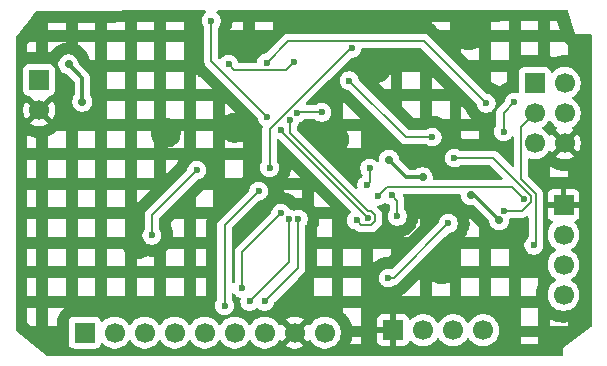
<source format=gbr>
%TF.GenerationSoftware,KiCad,Pcbnew,9.0.1*%
%TF.CreationDate,2025-07-02T13:22:08+05:30*%
%TF.ProjectId,4. MCU data logger,342e204d-4355-4206-9461-7461206c6f67,1*%
%TF.SameCoordinates,Original*%
%TF.FileFunction,Copper,L2,Bot*%
%TF.FilePolarity,Positive*%
%FSLAX46Y46*%
G04 Gerber Fmt 4.6, Leading zero omitted, Abs format (unit mm)*
G04 Created by KiCad (PCBNEW 9.0.1) date 2025-07-02 13:22:08*
%MOMM*%
%LPD*%
G01*
G04 APERTURE LIST*
%TA.AperFunction,ComponentPad*%
%ADD10R,1.700000X1.700000*%
%TD*%
%TA.AperFunction,ComponentPad*%
%ADD11C,1.700000*%
%TD*%
%TA.AperFunction,ViaPad*%
%ADD12C,0.600000*%
%TD*%
%TA.AperFunction,ViaPad*%
%ADD13C,0.700000*%
%TD*%
%TA.AperFunction,Conductor*%
%ADD14C,0.200000*%
%TD*%
%TA.AperFunction,Conductor*%
%ADD15C,0.300000*%
%TD*%
G04 APERTURE END LIST*
D10*
%TO.P,J4,1,Pin_1*%
%TO.N,/MISO*%
X90170000Y-66040000D03*
D11*
%TO.P,J4,2,Pin_2*%
%TO.N,/VCC*%
X92710000Y-66040000D03*
%TO.P,J4,3,Pin_3*%
%TO.N,/SCK*%
X90170000Y-68580000D03*
%TO.P,J4,4,Pin_4*%
%TO.N,/MOSI*%
X92710000Y-68580000D03*
%TO.P,J4,5,Pin_5*%
%TO.N,/RESET*%
X90170000Y-71120000D03*
%TO.P,J4,6,Pin_6*%
%TO.N,GND*%
X92710000Y-71120000D03*
%TD*%
D10*
%TO.P,J1,1,Pin_1*%
%TO.N,GND*%
X92608400Y-76352400D03*
D11*
%TO.P,J1,2,Pin_2*%
%TO.N,/VCC*%
X92608400Y-78892400D03*
%TO.P,J1,3,Pin_3*%
%TO.N,/SDA*%
X92608400Y-81432400D03*
%TO.P,J1,4,Pin_4*%
%TO.N,/SCK*%
X92608400Y-83972400D03*
%TD*%
D10*
%TO.P,J2,1,Pin_1*%
%TO.N,GND*%
X78181200Y-86969600D03*
D11*
%TO.P,J2,2,Pin_2*%
%TO.N,/VCC*%
X80721200Y-86969600D03*
%TO.P,J2,3,Pin_3*%
%TO.N,/RX*%
X83261200Y-86969600D03*
%TO.P,J2,4,Pin_4*%
%TO.N,/TX*%
X85801200Y-86969600D03*
%TD*%
D10*
%TO.P,BT1,1,+*%
%TO.N,/VCC*%
X48209200Y-65786000D03*
D11*
%TO.P,BT1,2,-*%
%TO.N,GND*%
X48209200Y-68326000D03*
%TD*%
D10*
%TO.P,J3,1,Pin_1*%
%TO.N,/D2*%
X52070000Y-87172800D03*
D11*
%TO.P,J3,2,Pin_2*%
%TO.N,/D3*%
X54610000Y-87172800D03*
%TO.P,J3,3,Pin_3*%
%TO.N,/D4*%
X57150000Y-87172800D03*
%TO.P,J3,4,Pin_4*%
%TO.N,/D5*%
X59690000Y-87172800D03*
%TO.P,J3,5,Pin_5*%
%TO.N,/D6*%
X62230000Y-87172800D03*
%TO.P,J3,6,Pin_6*%
%TO.N,/D7*%
X64770000Y-87172800D03*
%TO.P,J3,7,Pin_7*%
%TO.N,/D8*%
X67310000Y-87172800D03*
%TO.P,J3,8,Pin_8*%
%TO.N,GND*%
X69850000Y-87172800D03*
%TO.P,J3,9,Pin_9*%
%TO.N,/VCC*%
X72390000Y-87172800D03*
%TD*%
D12*
%TO.N,GND*%
X82296000Y-81788000D03*
X73202800Y-70815200D03*
X76708000Y-64770000D03*
X84582000Y-61976000D03*
X58928000Y-70256400D03*
X56540400Y-79705200D03*
X64770000Y-69821600D03*
D13*
%TO.N,/VCC*%
X50698400Y-64465200D03*
X87176707Y-77665387D03*
D12*
X62788613Y-60768000D03*
X67513200Y-68935600D03*
D13*
X51866800Y-67614800D03*
D12*
X76200000Y-73253600D03*
D13*
X80670400Y-74015600D03*
X84785200Y-75528400D03*
D12*
X78536800Y-77317600D03*
X75946000Y-74676000D03*
X70020265Y-68597865D03*
X78079600Y-75539600D03*
D13*
X77825600Y-72542400D03*
D12*
X72136000Y-68529200D03*
%TO.N,Net-(U4-PB6)*%
X77774800Y-82550000D03*
X82854800Y-77927200D03*
%TO.N,Net-(U4-PB7)*%
X74676000Y-63093600D03*
X67716400Y-73202800D03*
%TO.N,/SCK*%
X90101335Y-79773865D03*
X87528400Y-70154800D03*
X88428435Y-67679965D03*
%TO.N,/SDA*%
X69799200Y-64262000D03*
X74472800Y-65836800D03*
X64262000Y-64465200D03*
X83362800Y-72390000D03*
X61569600Y-73406000D03*
X57759600Y-78943200D03*
X81483200Y-70612000D03*
X87579200Y-76860400D03*
%TO.N,/RX*%
X75082400Y-77673200D03*
X69410665Y-69207465D03*
%TO.N,/TX*%
X76047600Y-77470000D03*
X68681600Y-70002400D03*
%TO.N,/D6*%
X68681409Y-77063791D03*
X65379600Y-83413600D03*
%TO.N,/D8*%
X67310000Y-84531200D03*
X70140231Y-77574015D03*
%TO.N,/D5*%
X66801809Y-75184191D03*
X63906400Y-84886800D03*
%TO.N,/D7*%
X69342000Y-77520800D03*
X66040000Y-84531200D03*
%TO.N,/MISO*%
X76911200Y-75590400D03*
X89255600Y-75844400D03*
%TO.N,/RESET*%
X86055200Y-67756000D03*
X67462400Y-64312800D03*
%TD*%
D14*
%TO.N,/VCC*%
X70088930Y-68529200D02*
X70020265Y-68597865D01*
X62788613Y-64211013D02*
X67513200Y-68935600D01*
D15*
X51866800Y-65633600D02*
X51866800Y-67614800D01*
D14*
X75946000Y-74676000D02*
X76200000Y-74422000D01*
D15*
X85039720Y-75528400D02*
X84785200Y-75528400D01*
D14*
X78536800Y-75996800D02*
X78079600Y-75539600D01*
D15*
X87176707Y-77665387D02*
X85039720Y-75528400D01*
D14*
X78536800Y-77317600D02*
X78536800Y-75996800D01*
X76200000Y-74422000D02*
X76200000Y-73253600D01*
D15*
X80670400Y-74015600D02*
X79298800Y-74015600D01*
D14*
X72136000Y-68529200D02*
X70088930Y-68529200D01*
D15*
X79298800Y-74015600D02*
X77825600Y-72542400D01*
X50698400Y-64465200D02*
X51866800Y-65633600D01*
D14*
X62788613Y-60768000D02*
X62788613Y-64211013D01*
%TO.N,Net-(U4-PB6)*%
X77774800Y-82550000D02*
X78232000Y-82550000D01*
X78232000Y-82550000D02*
X82854800Y-77927200D01*
%TO.N,Net-(U4-PB7)*%
X74676000Y-63093600D02*
X74574400Y-63093600D01*
X74574400Y-63093600D02*
X67716400Y-69951600D01*
X67716400Y-69951600D02*
X67716400Y-73202800D01*
%TO.N,/SCK*%
X89019000Y-74190757D02*
X89019000Y-69731000D01*
X89019000Y-69731000D02*
X90170000Y-68580000D01*
X90257600Y-79617600D02*
X90257600Y-75429357D01*
X87528400Y-68580000D02*
X88428435Y-67679965D01*
X87528400Y-70154800D02*
X87528400Y-68580000D01*
X90101335Y-79773865D02*
X90257600Y-79617600D01*
X90257600Y-75429357D02*
X89019000Y-74190757D01*
%TO.N,/SDA*%
X87579200Y-76860400D02*
X89089543Y-76860400D01*
X89856600Y-76093343D02*
X89856600Y-75595457D01*
X57759600Y-78943200D02*
X57759600Y-77216000D01*
X74472800Y-65836800D02*
X79248000Y-70612000D01*
X69138800Y-64922400D02*
X64719200Y-64922400D01*
X86651143Y-72390000D02*
X83362800Y-72390000D01*
X57759600Y-77216000D02*
X61569600Y-73406000D01*
X79248000Y-70612000D02*
X81483200Y-70612000D01*
X69799200Y-64262000D02*
X69138800Y-64922400D01*
X64719200Y-64922400D02*
X64262000Y-64465200D01*
X89856600Y-75595457D02*
X86651143Y-72390000D01*
X89089543Y-76860400D02*
X89856600Y-76093343D01*
%TO.N,/RX*%
X76296543Y-78071000D02*
X76648600Y-77718943D01*
X76648600Y-77221057D02*
X76296543Y-76869000D01*
X69410665Y-70265965D02*
X69410665Y-69207465D01*
X76648600Y-77718943D02*
X76648600Y-77221057D01*
X76013700Y-76869000D02*
X69410665Y-70265965D01*
X75082400Y-77673200D02*
X75480200Y-78071000D01*
X75480200Y-78071000D02*
X76296543Y-78071000D01*
X76296543Y-76869000D02*
X76013700Y-76869000D01*
%TO.N,/TX*%
X68732400Y-70053200D02*
X68732400Y-70154800D01*
X68681600Y-70002400D02*
X68732400Y-70053200D01*
X68732400Y-70154800D02*
X76047600Y-77470000D01*
%TO.N,/D6*%
X65379600Y-83413600D02*
X65379600Y-80365600D01*
X65379600Y-80365600D02*
X68681409Y-77063791D01*
%TO.N,/D8*%
X70140231Y-81700969D02*
X70140231Y-77574015D01*
X67310000Y-84531200D02*
X70140231Y-81700969D01*
%TO.N,/D5*%
X63906400Y-78079600D02*
X66801809Y-75184191D01*
X63906400Y-84886800D02*
X63906400Y-78079600D01*
%TO.N,/D7*%
X66040000Y-84531200D02*
X69392800Y-81178400D01*
X69392800Y-81178400D02*
X69392800Y-77571600D01*
X69392800Y-77571600D02*
X69342000Y-77520800D01*
%TO.N,/MISO*%
X89255600Y-75844400D02*
X88239600Y-74828400D01*
X88239600Y-74828400D02*
X77673200Y-74828400D01*
X77673200Y-74828400D02*
X76911200Y-75590400D01*
%TO.N,/RESET*%
X80111600Y-62492600D02*
X80791800Y-62492600D01*
X69282600Y-62492600D02*
X80111600Y-62492600D01*
X67462400Y-64312800D02*
X69282600Y-62492600D01*
X80791800Y-62492600D02*
X86055200Y-67756000D01*
%TD*%
%TA.AperFunction,Conductor*%
%TO.N,GND*%
G36*
X92923768Y-59841244D02*
G01*
X92969658Y-59893931D01*
X92975624Y-59909627D01*
X93573600Y-61874400D01*
X94879500Y-61874400D01*
X94946539Y-61894085D01*
X94992294Y-61946889D01*
X95003500Y-61998400D01*
X95003500Y-86605088D01*
X94983815Y-86672127D01*
X94952316Y-86705456D01*
X92557601Y-88442798D01*
X92557600Y-88442801D01*
X92557600Y-89037500D01*
X92537915Y-89104539D01*
X92485111Y-89150294D01*
X92433600Y-89161500D01*
X48931067Y-89161500D01*
X48864028Y-89141815D01*
X48852133Y-89133132D01*
X46265566Y-86998187D01*
X46226394Y-86940330D01*
X46220500Y-86902555D01*
X46220500Y-86327310D01*
X47218500Y-86327310D01*
X47514624Y-86571731D01*
X47970500Y-86571731D01*
X48968500Y-86571731D01*
X49721500Y-86571731D01*
X49721500Y-86274935D01*
X50719500Y-86274935D01*
X50719500Y-88070670D01*
X50719501Y-88070676D01*
X50725908Y-88130283D01*
X50776202Y-88265128D01*
X50776206Y-88265135D01*
X50862452Y-88380344D01*
X50862455Y-88380347D01*
X50977664Y-88466593D01*
X50977671Y-88466597D01*
X51112517Y-88516891D01*
X51112516Y-88516891D01*
X51119444Y-88517635D01*
X51172127Y-88523300D01*
X52967872Y-88523299D01*
X53027483Y-88516891D01*
X53162331Y-88466596D01*
X53277546Y-88380346D01*
X53363796Y-88265131D01*
X53412810Y-88133716D01*
X53454681Y-88077784D01*
X53520145Y-88053366D01*
X53588418Y-88068217D01*
X53616673Y-88089369D01*
X53730213Y-88202909D01*
X53902179Y-88327848D01*
X53902181Y-88327849D01*
X53902184Y-88327851D01*
X54091588Y-88424357D01*
X54293757Y-88490046D01*
X54503713Y-88523300D01*
X54503714Y-88523300D01*
X54716286Y-88523300D01*
X54716287Y-88523300D01*
X54926243Y-88490046D01*
X55128412Y-88424357D01*
X55317816Y-88327851D01*
X55404138Y-88265135D01*
X55489786Y-88202909D01*
X55489788Y-88202906D01*
X55489792Y-88202904D01*
X55640104Y-88052592D01*
X55640106Y-88052588D01*
X55640109Y-88052586D01*
X55765048Y-87880620D01*
X55765047Y-87880620D01*
X55765051Y-87880616D01*
X55769514Y-87871854D01*
X55817488Y-87821059D01*
X55885308Y-87804263D01*
X55951444Y-87826799D01*
X55990484Y-87871854D01*
X55994591Y-87879915D01*
X55994951Y-87880620D01*
X56119890Y-88052586D01*
X56270213Y-88202909D01*
X56442179Y-88327848D01*
X56442181Y-88327849D01*
X56442184Y-88327851D01*
X56631588Y-88424357D01*
X56833757Y-88490046D01*
X57043713Y-88523300D01*
X57043714Y-88523300D01*
X57256286Y-88523300D01*
X57256287Y-88523300D01*
X57466243Y-88490046D01*
X57668412Y-88424357D01*
X57857816Y-88327851D01*
X57944138Y-88265135D01*
X58029786Y-88202909D01*
X58029788Y-88202906D01*
X58029792Y-88202904D01*
X58180104Y-88052592D01*
X58180106Y-88052588D01*
X58180109Y-88052586D01*
X58305048Y-87880620D01*
X58305047Y-87880620D01*
X58305051Y-87880616D01*
X58309514Y-87871854D01*
X58357488Y-87821059D01*
X58425308Y-87804263D01*
X58491444Y-87826799D01*
X58530484Y-87871854D01*
X58534591Y-87879915D01*
X58534951Y-87880620D01*
X58659890Y-88052586D01*
X58810213Y-88202909D01*
X58982179Y-88327848D01*
X58982181Y-88327849D01*
X58982184Y-88327851D01*
X59171588Y-88424357D01*
X59373757Y-88490046D01*
X59583713Y-88523300D01*
X59583714Y-88523300D01*
X59796286Y-88523300D01*
X59796287Y-88523300D01*
X60006243Y-88490046D01*
X60208412Y-88424357D01*
X60397816Y-88327851D01*
X60484138Y-88265135D01*
X60569786Y-88202909D01*
X60569788Y-88202906D01*
X60569792Y-88202904D01*
X60720104Y-88052592D01*
X60720106Y-88052588D01*
X60720109Y-88052586D01*
X60845048Y-87880620D01*
X60845047Y-87880620D01*
X60845051Y-87880616D01*
X60849514Y-87871854D01*
X60897488Y-87821059D01*
X60965308Y-87804263D01*
X61031444Y-87826799D01*
X61070484Y-87871854D01*
X61074591Y-87879915D01*
X61074951Y-87880620D01*
X61199890Y-88052586D01*
X61350213Y-88202909D01*
X61522179Y-88327848D01*
X61522181Y-88327849D01*
X61522184Y-88327851D01*
X61711588Y-88424357D01*
X61913757Y-88490046D01*
X62123713Y-88523300D01*
X62123714Y-88523300D01*
X62336286Y-88523300D01*
X62336287Y-88523300D01*
X62546243Y-88490046D01*
X62748412Y-88424357D01*
X62937816Y-88327851D01*
X63024138Y-88265135D01*
X63109786Y-88202909D01*
X63109788Y-88202906D01*
X63109792Y-88202904D01*
X63260104Y-88052592D01*
X63260106Y-88052588D01*
X63260109Y-88052586D01*
X63385048Y-87880620D01*
X63385047Y-87880620D01*
X63385051Y-87880616D01*
X63389514Y-87871854D01*
X63437488Y-87821059D01*
X63505308Y-87804263D01*
X63571444Y-87826799D01*
X63610484Y-87871854D01*
X63614591Y-87879915D01*
X63614951Y-87880620D01*
X63739890Y-88052586D01*
X63890213Y-88202909D01*
X64062179Y-88327848D01*
X64062181Y-88327849D01*
X64062184Y-88327851D01*
X64251588Y-88424357D01*
X64453757Y-88490046D01*
X64663713Y-88523300D01*
X64663714Y-88523300D01*
X64876286Y-88523300D01*
X64876287Y-88523300D01*
X65086243Y-88490046D01*
X65288412Y-88424357D01*
X65477816Y-88327851D01*
X65564138Y-88265135D01*
X65649786Y-88202909D01*
X65649788Y-88202906D01*
X65649792Y-88202904D01*
X65800104Y-88052592D01*
X65800106Y-88052588D01*
X65800109Y-88052586D01*
X65925048Y-87880620D01*
X65925047Y-87880620D01*
X65925051Y-87880616D01*
X65929514Y-87871854D01*
X65977488Y-87821059D01*
X66045308Y-87804263D01*
X66111444Y-87826799D01*
X66150484Y-87871854D01*
X66154591Y-87879915D01*
X66154951Y-87880620D01*
X66279890Y-88052586D01*
X66430213Y-88202909D01*
X66602179Y-88327848D01*
X66602181Y-88327849D01*
X66602184Y-88327851D01*
X66791588Y-88424357D01*
X66993757Y-88490046D01*
X67203713Y-88523300D01*
X67203714Y-88523300D01*
X67416286Y-88523300D01*
X67416287Y-88523300D01*
X67626243Y-88490046D01*
X67828412Y-88424357D01*
X68017816Y-88327851D01*
X68104138Y-88265135D01*
X68189786Y-88202909D01*
X68189788Y-88202906D01*
X68189792Y-88202904D01*
X68340104Y-88052592D01*
X68340106Y-88052588D01*
X68340109Y-88052586D01*
X68407515Y-87959807D01*
X68465051Y-87880616D01*
X68469793Y-87871308D01*
X68517763Y-87820511D01*
X68585583Y-87803711D01*
X68651719Y-87826245D01*
X68690763Y-87871300D01*
X68695373Y-87880347D01*
X68734728Y-87934516D01*
X69367037Y-87302208D01*
X69384075Y-87365793D01*
X69449901Y-87479807D01*
X69542993Y-87572899D01*
X69657007Y-87638725D01*
X69720590Y-87655762D01*
X69088282Y-88288069D01*
X69088282Y-88288070D01*
X69142449Y-88327424D01*
X69331782Y-88423895D01*
X69533870Y-88489557D01*
X69743754Y-88522800D01*
X69956246Y-88522800D01*
X70166127Y-88489557D01*
X70166130Y-88489557D01*
X70368217Y-88423895D01*
X70557554Y-88327422D01*
X70611716Y-88288070D01*
X70611717Y-88288070D01*
X69979408Y-87655762D01*
X70042993Y-87638725D01*
X70157007Y-87572899D01*
X70250099Y-87479807D01*
X70315925Y-87365793D01*
X70332962Y-87302208D01*
X70965270Y-87934517D01*
X70965270Y-87934516D01*
X71004622Y-87880355D01*
X71009232Y-87871307D01*
X71057205Y-87820509D01*
X71125025Y-87803712D01*
X71191161Y-87826247D01*
X71230204Y-87871304D01*
X71234949Y-87880617D01*
X71359890Y-88052586D01*
X71510213Y-88202909D01*
X71682179Y-88327848D01*
X71682181Y-88327849D01*
X71682184Y-88327851D01*
X71871588Y-88424357D01*
X72073757Y-88490046D01*
X72283713Y-88523300D01*
X72283714Y-88523300D01*
X72496286Y-88523300D01*
X72496287Y-88523300D01*
X72706243Y-88490046D01*
X72908412Y-88424357D01*
X73097816Y-88327851D01*
X73184138Y-88265135D01*
X73269786Y-88202909D01*
X73269788Y-88202906D01*
X73269792Y-88202904D01*
X73309196Y-88163500D01*
X74520996Y-88163500D01*
X75470500Y-88163500D01*
X75470500Y-87569731D01*
X74704906Y-87569731D01*
X74689892Y-87664527D01*
X74689036Y-87669323D01*
X74683287Y-87698223D01*
X74682242Y-87702983D01*
X74673089Y-87741100D01*
X74671862Y-87745805D01*
X74663869Y-87774147D01*
X74662455Y-87778807D01*
X74584658Y-88018240D01*
X74583064Y-88022837D01*
X74572879Y-88050447D01*
X74571107Y-88054975D01*
X74556109Y-88091192D01*
X74554154Y-88095661D01*
X74541811Y-88122436D01*
X74539686Y-88126819D01*
X74520996Y-88163500D01*
X73309196Y-88163500D01*
X73420104Y-88052592D01*
X73420106Y-88052588D01*
X73420109Y-88052586D01*
X73545048Y-87880620D01*
X73545047Y-87880620D01*
X73545051Y-87880616D01*
X73641557Y-87691212D01*
X73707246Y-87489043D01*
X73740500Y-87279087D01*
X73740500Y-87066513D01*
X73707246Y-86856557D01*
X73641557Y-86654388D01*
X73545051Y-86464984D01*
X73545049Y-86464981D01*
X73545048Y-86464979D01*
X73420109Y-86293013D01*
X73269786Y-86142690D01*
X73097820Y-86017751D01*
X72908414Y-85921244D01*
X72908413Y-85921243D01*
X72908412Y-85921243D01*
X72706243Y-85855554D01*
X72706241Y-85855553D01*
X72706240Y-85855553D01*
X72544957Y-85830008D01*
X72496287Y-85822300D01*
X72283713Y-85822300D01*
X72235042Y-85830008D01*
X72073760Y-85855553D01*
X71871585Y-85921244D01*
X71682179Y-86017751D01*
X71510213Y-86142690D01*
X71359890Y-86293013D01*
X71234949Y-86464982D01*
X71230202Y-86474299D01*
X71182227Y-86525093D01*
X71114405Y-86541887D01*
X71048271Y-86519348D01*
X71009234Y-86474295D01*
X71004626Y-86465252D01*
X70965270Y-86411082D01*
X70965269Y-86411082D01*
X70332962Y-87043390D01*
X70315925Y-86979807D01*
X70250099Y-86865793D01*
X70157007Y-86772701D01*
X70042993Y-86706875D01*
X69979409Y-86689837D01*
X70611716Y-86057528D01*
X70557550Y-86018175D01*
X70368217Y-85921704D01*
X70166129Y-85856042D01*
X69956246Y-85822800D01*
X69743754Y-85822800D01*
X69533872Y-85856042D01*
X69533869Y-85856042D01*
X69331782Y-85921704D01*
X69142439Y-86018180D01*
X69088282Y-86057527D01*
X69088282Y-86057528D01*
X69720591Y-86689837D01*
X69657007Y-86706875D01*
X69542993Y-86772701D01*
X69449901Y-86865793D01*
X69384075Y-86979807D01*
X69367037Y-87043391D01*
X68734728Y-86411082D01*
X68734727Y-86411082D01*
X68695380Y-86465240D01*
X68695376Y-86465246D01*
X68690760Y-86474305D01*
X68642781Y-86525097D01*
X68574959Y-86541887D01*
X68508826Y-86519343D01*
X68469794Y-86474293D01*
X68465051Y-86464984D01*
X68465049Y-86464981D01*
X68465048Y-86464979D01*
X68340109Y-86293013D01*
X68189786Y-86142690D01*
X68017820Y-86017751D01*
X67828414Y-85921244D01*
X67828413Y-85921243D01*
X67828412Y-85921243D01*
X67626243Y-85855554D01*
X67626241Y-85855553D01*
X67626240Y-85855553D01*
X67464957Y-85830008D01*
X67416287Y-85822300D01*
X67203713Y-85822300D01*
X67155042Y-85830008D01*
X66993760Y-85855553D01*
X66791585Y-85921244D01*
X66602179Y-86017751D01*
X66430213Y-86142690D01*
X66279890Y-86293013D01*
X66154949Y-86464982D01*
X66150484Y-86473746D01*
X66102509Y-86524542D01*
X66034688Y-86541336D01*
X65968553Y-86518798D01*
X65929516Y-86473746D01*
X65925050Y-86464982D01*
X65800109Y-86293013D01*
X65649786Y-86142690D01*
X65477820Y-86017751D01*
X65288414Y-85921244D01*
X65288413Y-85921243D01*
X65288412Y-85921243D01*
X65086243Y-85855554D01*
X65086241Y-85855553D01*
X65086240Y-85855553D01*
X64924957Y-85830008D01*
X64876287Y-85822300D01*
X64663713Y-85822300D01*
X64615042Y-85830008D01*
X64453760Y-85855553D01*
X64251585Y-85921244D01*
X64062179Y-86017751D01*
X63890213Y-86142690D01*
X63739890Y-86293013D01*
X63614949Y-86464982D01*
X63610484Y-86473746D01*
X63562509Y-86524542D01*
X63494688Y-86541336D01*
X63428553Y-86518798D01*
X63389516Y-86473746D01*
X63385050Y-86464982D01*
X63260109Y-86293013D01*
X63109786Y-86142690D01*
X62937820Y-86017751D01*
X62748414Y-85921244D01*
X62748413Y-85921243D01*
X62748412Y-85921243D01*
X62546243Y-85855554D01*
X62546241Y-85855553D01*
X62546240Y-85855553D01*
X62384957Y-85830008D01*
X62336287Y-85822300D01*
X62123713Y-85822300D01*
X62075042Y-85830008D01*
X61913760Y-85855553D01*
X61711585Y-85921244D01*
X61522179Y-86017751D01*
X61350213Y-86142690D01*
X61199890Y-86293013D01*
X61074949Y-86464982D01*
X61070484Y-86473746D01*
X61022509Y-86524542D01*
X60954688Y-86541336D01*
X60888553Y-86518798D01*
X60849516Y-86473746D01*
X60845050Y-86464982D01*
X60720109Y-86293013D01*
X60569786Y-86142690D01*
X60397820Y-86017751D01*
X60208414Y-85921244D01*
X60208413Y-85921243D01*
X60208412Y-85921243D01*
X60006243Y-85855554D01*
X60006241Y-85855553D01*
X60006240Y-85855553D01*
X59844957Y-85830008D01*
X59796287Y-85822300D01*
X59583713Y-85822300D01*
X59535042Y-85830008D01*
X59373760Y-85855553D01*
X59171585Y-85921244D01*
X58982179Y-86017751D01*
X58810213Y-86142690D01*
X58659890Y-86293013D01*
X58534949Y-86464982D01*
X58530484Y-86473746D01*
X58482509Y-86524542D01*
X58414688Y-86541336D01*
X58348553Y-86518798D01*
X58309516Y-86473746D01*
X58305050Y-86464982D01*
X58180109Y-86293013D01*
X58029786Y-86142690D01*
X57857820Y-86017751D01*
X57668414Y-85921244D01*
X57668413Y-85921243D01*
X57668412Y-85921243D01*
X57466243Y-85855554D01*
X57466241Y-85855553D01*
X57466240Y-85855553D01*
X57304957Y-85830008D01*
X57256287Y-85822300D01*
X57043713Y-85822300D01*
X56995042Y-85830008D01*
X56833760Y-85855553D01*
X56631585Y-85921244D01*
X56442179Y-86017751D01*
X56270213Y-86142690D01*
X56119890Y-86293013D01*
X55994949Y-86464982D01*
X55990484Y-86473746D01*
X55942509Y-86524542D01*
X55874688Y-86541336D01*
X55808553Y-86518798D01*
X55769516Y-86473746D01*
X55765050Y-86464982D01*
X55640109Y-86293013D01*
X55489786Y-86142690D01*
X55317820Y-86017751D01*
X55128414Y-85921244D01*
X55128413Y-85921243D01*
X55128412Y-85921243D01*
X54926243Y-85855554D01*
X54926241Y-85855553D01*
X54926240Y-85855553D01*
X54764957Y-85830008D01*
X54716287Y-85822300D01*
X54503713Y-85822300D01*
X54455042Y-85830008D01*
X54293760Y-85855553D01*
X54091585Y-85921244D01*
X53902179Y-86017751D01*
X53730215Y-86142689D01*
X53616673Y-86256231D01*
X53555350Y-86289715D01*
X53485658Y-86284731D01*
X53429725Y-86242859D01*
X53412810Y-86211882D01*
X53363797Y-86080471D01*
X53363793Y-86080464D01*
X53277547Y-85965255D01*
X53277544Y-85965252D01*
X53162335Y-85879006D01*
X53162328Y-85879002D01*
X53027482Y-85828708D01*
X53027483Y-85828708D01*
X52967883Y-85822301D01*
X52967881Y-85822300D01*
X52967873Y-85822300D01*
X52967864Y-85822300D01*
X51172129Y-85822300D01*
X51172123Y-85822301D01*
X51112516Y-85828708D01*
X50977671Y-85879002D01*
X50977664Y-85879006D01*
X50862455Y-85965252D01*
X50862452Y-85965255D01*
X50776206Y-86080464D01*
X50776202Y-86080471D01*
X50725908Y-86215317D01*
X50719501Y-86274916D01*
X50719500Y-86274935D01*
X49721500Y-86274935D01*
X49721500Y-86261552D01*
X49721545Y-86258228D01*
X49722084Y-86238127D01*
X49722217Y-86234807D01*
X49723649Y-86208120D01*
X49723871Y-86204811D01*
X49725481Y-86184818D01*
X49725792Y-86181515D01*
X49736962Y-86077625D01*
X49738029Y-86069957D01*
X49745936Y-86023771D01*
X49747481Y-86016181D01*
X49761826Y-85955470D01*
X49763842Y-85947991D01*
X49777450Y-85903128D01*
X49779929Y-85895788D01*
X49853587Y-85698298D01*
X49856975Y-85690118D01*
X49879233Y-85641381D01*
X49883195Y-85633467D01*
X49917372Y-85570877D01*
X49921890Y-85563263D01*
X49950854Y-85518196D01*
X49955902Y-85510926D01*
X50084886Y-85338627D01*
X50090439Y-85331736D01*
X50125519Y-85291251D01*
X50131551Y-85284772D01*
X50181972Y-85234351D01*
X50188451Y-85228319D01*
X50228936Y-85193239D01*
X50235827Y-85187686D01*
X50393393Y-85069731D01*
X48968500Y-85069731D01*
X48968500Y-86571731D01*
X47970500Y-86571731D01*
X47970500Y-85069731D01*
X47218500Y-85069731D01*
X47218500Y-86327310D01*
X46220500Y-86327310D01*
X46220500Y-84807953D01*
X63105900Y-84807953D01*
X63105900Y-84965646D01*
X63136661Y-85120289D01*
X63136664Y-85120301D01*
X63197002Y-85265972D01*
X63197009Y-85265985D01*
X63284610Y-85397088D01*
X63284613Y-85397092D01*
X63396107Y-85508586D01*
X63396111Y-85508589D01*
X63527214Y-85596190D01*
X63527227Y-85596197D01*
X63662802Y-85652353D01*
X63672903Y-85656537D01*
X63824255Y-85686643D01*
X63827553Y-85687299D01*
X63827556Y-85687300D01*
X63827558Y-85687300D01*
X63985244Y-85687300D01*
X63985245Y-85687299D01*
X64139897Y-85656537D01*
X64285579Y-85596194D01*
X64416689Y-85508589D01*
X64495258Y-85430020D01*
X73968500Y-85430020D01*
X74139644Y-85601164D01*
X74143014Y-85604668D01*
X74162988Y-85626273D01*
X74166222Y-85629912D01*
X74191683Y-85659719D01*
X74194773Y-85663484D01*
X74213032Y-85686643D01*
X74215975Y-85690531D01*
X74363974Y-85894235D01*
X74366760Y-85898232D01*
X74383126Y-85922727D01*
X74385750Y-85926827D01*
X74406231Y-85960250D01*
X74408693Y-85964450D01*
X74423083Y-85990146D01*
X74425378Y-85994439D01*
X74539686Y-86218781D01*
X74541811Y-86223164D01*
X74554154Y-86249939D01*
X74556109Y-86254408D01*
X74571107Y-86290625D01*
X74572879Y-86295153D01*
X74583064Y-86322763D01*
X74584658Y-86327360D01*
X74662455Y-86566793D01*
X74663869Y-86571453D01*
X74663947Y-86571731D01*
X75470500Y-86571731D01*
X75470500Y-86071755D01*
X76831200Y-86071755D01*
X76831200Y-86719600D01*
X77748188Y-86719600D01*
X77715275Y-86776607D01*
X77681200Y-86903774D01*
X77681200Y-87035426D01*
X77715275Y-87162593D01*
X77748188Y-87219600D01*
X76831200Y-87219600D01*
X76831200Y-87867444D01*
X76837601Y-87926972D01*
X76837603Y-87926979D01*
X76887845Y-88061686D01*
X76887849Y-88061693D01*
X76974009Y-88176787D01*
X76974012Y-88176790D01*
X77089106Y-88262950D01*
X77089113Y-88262954D01*
X77223820Y-88313196D01*
X77223827Y-88313198D01*
X77283355Y-88319599D01*
X77283372Y-88319600D01*
X77931200Y-88319600D01*
X77931200Y-87402612D01*
X77988207Y-87435525D01*
X78115374Y-87469600D01*
X78247026Y-87469600D01*
X78374193Y-87435525D01*
X78431200Y-87402612D01*
X78431200Y-88319600D01*
X79079028Y-88319600D01*
X79079044Y-88319599D01*
X79138572Y-88313198D01*
X79138579Y-88313196D01*
X79273286Y-88262954D01*
X79273293Y-88262950D01*
X79388387Y-88176790D01*
X79388390Y-88176787D01*
X79474550Y-88061693D01*
X79474554Y-88061686D01*
X79523622Y-87930129D01*
X79565493Y-87874195D01*
X79630957Y-87849778D01*
X79699230Y-87864630D01*
X79727485Y-87885781D01*
X79841413Y-87999709D01*
X80013379Y-88124648D01*
X80013381Y-88124649D01*
X80013384Y-88124651D01*
X80202788Y-88221157D01*
X80404957Y-88286846D01*
X80614913Y-88320100D01*
X80614914Y-88320100D01*
X80827486Y-88320100D01*
X80827487Y-88320100D01*
X81037443Y-88286846D01*
X81239612Y-88221157D01*
X81429016Y-88124651D01*
X81477578Y-88089369D01*
X81600986Y-87999709D01*
X81600988Y-87999706D01*
X81600992Y-87999704D01*
X81751304Y-87849392D01*
X81751306Y-87849388D01*
X81751309Y-87849386D01*
X81876248Y-87677420D01*
X81876247Y-87677420D01*
X81876251Y-87677416D01*
X81880714Y-87668654D01*
X81928688Y-87617859D01*
X81996508Y-87601063D01*
X82062644Y-87623599D01*
X82101684Y-87668654D01*
X82103797Y-87672800D01*
X82106151Y-87677420D01*
X82231090Y-87849386D01*
X82381413Y-87999709D01*
X82553379Y-88124648D01*
X82553381Y-88124649D01*
X82553384Y-88124651D01*
X82742788Y-88221157D01*
X82944957Y-88286846D01*
X83154913Y-88320100D01*
X83154914Y-88320100D01*
X83367486Y-88320100D01*
X83367487Y-88320100D01*
X83577443Y-88286846D01*
X83779612Y-88221157D01*
X83969016Y-88124651D01*
X84017578Y-88089369D01*
X84140986Y-87999709D01*
X84140988Y-87999706D01*
X84140992Y-87999704D01*
X84291304Y-87849392D01*
X84291306Y-87849388D01*
X84291309Y-87849386D01*
X84416248Y-87677420D01*
X84416247Y-87677420D01*
X84416251Y-87677416D01*
X84420714Y-87668654D01*
X84468688Y-87617859D01*
X84536508Y-87601063D01*
X84602644Y-87623599D01*
X84641684Y-87668654D01*
X84643797Y-87672800D01*
X84646151Y-87677420D01*
X84771090Y-87849386D01*
X84921413Y-87999709D01*
X85093379Y-88124648D01*
X85093381Y-88124649D01*
X85093384Y-88124651D01*
X85282788Y-88221157D01*
X85484957Y-88286846D01*
X85694913Y-88320100D01*
X85694914Y-88320100D01*
X85907486Y-88320100D01*
X85907487Y-88320100D01*
X86117443Y-88286846D01*
X86319612Y-88221157D01*
X86432770Y-88163500D01*
X88968500Y-88163500D01*
X90470500Y-88163500D01*
X90470500Y-87569731D01*
X88968500Y-87569731D01*
X88968500Y-88163500D01*
X86432770Y-88163500D01*
X86509016Y-88124651D01*
X86557578Y-88089369D01*
X86680986Y-87999709D01*
X86680988Y-87999706D01*
X86680992Y-87999704D01*
X86831304Y-87849392D01*
X86831306Y-87849388D01*
X86831309Y-87849386D01*
X86956248Y-87677420D01*
X86956247Y-87677420D01*
X86956251Y-87677416D01*
X87052757Y-87488012D01*
X87118446Y-87285843D01*
X87151700Y-87075887D01*
X87151700Y-86863313D01*
X87118446Y-86653357D01*
X87091924Y-86571731D01*
X88968500Y-86571731D01*
X90470500Y-86571731D01*
X91468500Y-86571731D01*
X92970500Y-86571731D01*
X92970500Y-86292822D01*
X92851459Y-86311677D01*
X92846636Y-86312344D01*
X92817403Y-86315804D01*
X92812565Y-86316281D01*
X92773486Y-86319359D01*
X92768621Y-86319646D01*
X92739169Y-86320804D01*
X92734297Y-86320900D01*
X92482503Y-86320900D01*
X92477631Y-86320804D01*
X92448179Y-86319646D01*
X92443314Y-86319359D01*
X92404235Y-86316281D01*
X92399397Y-86315804D01*
X92370164Y-86312344D01*
X92365341Y-86311677D01*
X92116672Y-86272292D01*
X92111877Y-86271436D01*
X92082977Y-86265687D01*
X92078217Y-86264642D01*
X92040100Y-86255489D01*
X92035395Y-86254262D01*
X92007053Y-86246269D01*
X92002393Y-86244855D01*
X91762960Y-86167058D01*
X91758363Y-86165464D01*
X91730753Y-86155279D01*
X91726225Y-86153507D01*
X91690008Y-86138509D01*
X91685539Y-86136554D01*
X91658764Y-86124211D01*
X91654381Y-86122086D01*
X91468500Y-86027374D01*
X91468500Y-86571731D01*
X90470500Y-86571731D01*
X90470500Y-85069731D01*
X88968500Y-85069731D01*
X88968500Y-86571731D01*
X87091924Y-86571731D01*
X87052757Y-86451188D01*
X86956251Y-86261784D01*
X86956249Y-86261781D01*
X86956248Y-86261779D01*
X86831309Y-86089813D01*
X86680986Y-85939490D01*
X86509020Y-85814551D01*
X86319614Y-85718044D01*
X86319613Y-85718043D01*
X86319612Y-85718043D01*
X86117443Y-85652354D01*
X86117441Y-85652353D01*
X86117440Y-85652353D01*
X85952775Y-85626273D01*
X85907487Y-85619100D01*
X85694913Y-85619100D01*
X85649625Y-85626273D01*
X85484960Y-85652353D01*
X85282785Y-85718044D01*
X85093379Y-85814551D01*
X84921413Y-85939490D01*
X84771090Y-86089813D01*
X84646149Y-86261782D01*
X84641684Y-86270546D01*
X84593709Y-86321342D01*
X84525888Y-86338136D01*
X84459753Y-86315598D01*
X84420716Y-86270546D01*
X84416250Y-86261782D01*
X84291309Y-86089813D01*
X84140986Y-85939490D01*
X83969020Y-85814551D01*
X83779614Y-85718044D01*
X83779613Y-85718043D01*
X83779612Y-85718043D01*
X83577443Y-85652354D01*
X83577441Y-85652353D01*
X83577440Y-85652353D01*
X83412775Y-85626273D01*
X83367487Y-85619100D01*
X83154913Y-85619100D01*
X83109625Y-85626273D01*
X82944960Y-85652353D01*
X82742785Y-85718044D01*
X82553379Y-85814551D01*
X82381413Y-85939490D01*
X82231090Y-86089813D01*
X82106149Y-86261782D01*
X82101684Y-86270546D01*
X82053709Y-86321342D01*
X81985888Y-86338136D01*
X81919753Y-86315598D01*
X81880716Y-86270546D01*
X81876250Y-86261782D01*
X81751309Y-86089813D01*
X81600986Y-85939490D01*
X81429020Y-85814551D01*
X81239614Y-85718044D01*
X81239613Y-85718043D01*
X81239612Y-85718043D01*
X81037443Y-85652354D01*
X81037441Y-85652353D01*
X81037440Y-85652353D01*
X80872775Y-85626273D01*
X80827487Y-85619100D01*
X80614913Y-85619100D01*
X80569625Y-85626273D01*
X80404960Y-85652353D01*
X80202785Y-85718044D01*
X80013379Y-85814551D01*
X79841415Y-85939489D01*
X79727485Y-86053419D01*
X79666162Y-86086903D01*
X79596470Y-86081919D01*
X79540537Y-86040047D01*
X79523622Y-86009070D01*
X79474554Y-85877513D01*
X79474550Y-85877506D01*
X79388390Y-85762412D01*
X79388387Y-85762409D01*
X79273293Y-85676249D01*
X79273286Y-85676245D01*
X79138579Y-85626003D01*
X79138572Y-85626001D01*
X79079044Y-85619600D01*
X78431200Y-85619600D01*
X78431200Y-86536588D01*
X78374193Y-86503675D01*
X78247026Y-86469600D01*
X78115374Y-86469600D01*
X77988207Y-86503675D01*
X77931200Y-86536588D01*
X77931200Y-85619600D01*
X77283355Y-85619600D01*
X77223827Y-85626001D01*
X77223820Y-85626003D01*
X77089113Y-85676245D01*
X77089106Y-85676249D01*
X76974012Y-85762409D01*
X76974009Y-85762412D01*
X76887849Y-85877506D01*
X76887845Y-85877513D01*
X76837603Y-86012220D01*
X76837601Y-86012227D01*
X76831200Y-86071755D01*
X75470500Y-86071755D01*
X75470500Y-85069731D01*
X73968500Y-85069731D01*
X73968500Y-85430020D01*
X64495258Y-85430020D01*
X64528189Y-85397089D01*
X64615794Y-85265979D01*
X64626308Y-85240597D01*
X64648224Y-85187686D01*
X64676137Y-85120297D01*
X64706900Y-84965642D01*
X64706900Y-84807958D01*
X64706900Y-84807955D01*
X64706899Y-84807953D01*
X64676137Y-84653303D01*
X64657931Y-84609350D01*
X64615797Y-84507627D01*
X64615790Y-84507614D01*
X64527798Y-84375925D01*
X64506920Y-84309247D01*
X64506900Y-84307034D01*
X64506900Y-83957147D01*
X64526585Y-83890108D01*
X64579389Y-83844353D01*
X64648547Y-83834409D01*
X64712103Y-83863434D01*
X64734000Y-83888254D01*
X64748957Y-83910638D01*
X64757812Y-83923891D01*
X64869307Y-84035386D01*
X64869311Y-84035389D01*
X65000414Y-84122990D01*
X65000427Y-84122997D01*
X65146098Y-84183335D01*
X65146103Y-84183337D01*
X65146107Y-84183337D01*
X65146108Y-84183338D01*
X65165803Y-84187256D01*
X65227714Y-84219641D01*
X65262288Y-84280357D01*
X65263228Y-84333064D01*
X65239500Y-84452353D01*
X65239500Y-84610046D01*
X65270261Y-84764689D01*
X65270264Y-84764701D01*
X65330602Y-84910372D01*
X65330609Y-84910385D01*
X65418210Y-85041488D01*
X65418213Y-85041492D01*
X65529707Y-85152986D01*
X65529711Y-85152989D01*
X65660814Y-85240590D01*
X65660827Y-85240597D01*
X65806498Y-85300935D01*
X65806503Y-85300937D01*
X65916918Y-85322900D01*
X65961153Y-85331699D01*
X65961156Y-85331700D01*
X65961158Y-85331700D01*
X66118844Y-85331700D01*
X66118845Y-85331699D01*
X66273497Y-85300937D01*
X66419179Y-85240594D01*
X66550289Y-85152989D01*
X66550292Y-85152986D01*
X66587319Y-85115960D01*
X66648642Y-85082475D01*
X66718334Y-85087459D01*
X66762681Y-85115960D01*
X66799707Y-85152986D01*
X66799711Y-85152989D01*
X66930814Y-85240590D01*
X66930827Y-85240597D01*
X67076498Y-85300935D01*
X67076503Y-85300937D01*
X67186918Y-85322900D01*
X67231153Y-85331699D01*
X67231156Y-85331700D01*
X67231158Y-85331700D01*
X67388844Y-85331700D01*
X67388845Y-85331699D01*
X67543497Y-85300937D01*
X67689179Y-85240594D01*
X67820289Y-85152989D01*
X67931789Y-85041489D01*
X68019394Y-84910379D01*
X68079737Y-84764697D01*
X68101896Y-84653298D01*
X68110638Y-84609350D01*
X68143023Y-84547439D01*
X68144519Y-84545915D01*
X70093099Y-82597334D01*
X71468500Y-82597334D01*
X71468500Y-84071731D01*
X72970500Y-84071731D01*
X73968500Y-84071731D01*
X75470500Y-84071731D01*
X75470500Y-83970570D01*
X78968500Y-83970570D01*
X78968500Y-84071731D01*
X80470500Y-84071731D01*
X81468500Y-84071731D01*
X82970500Y-84071731D01*
X83968500Y-84071731D01*
X85470500Y-84071731D01*
X86468500Y-84071731D01*
X87970500Y-84071731D01*
X88968500Y-84071731D01*
X90259900Y-84071731D01*
X90259900Y-83846503D01*
X90259996Y-83841631D01*
X90261154Y-83812179D01*
X90261441Y-83807314D01*
X90264519Y-83768235D01*
X90264996Y-83763397D01*
X90268456Y-83734164D01*
X90269123Y-83729341D01*
X90308508Y-83480672D01*
X90309364Y-83475877D01*
X90315113Y-83446977D01*
X90316158Y-83442217D01*
X90325311Y-83404100D01*
X90326538Y-83399395D01*
X90334531Y-83371053D01*
X90335945Y-83366393D01*
X90413742Y-83126960D01*
X90415336Y-83122363D01*
X90425521Y-83094753D01*
X90427293Y-83090225D01*
X90442291Y-83054008D01*
X90444246Y-83049539D01*
X90456589Y-83022764D01*
X90458714Y-83018381D01*
X90470500Y-82995249D01*
X90470500Y-82569731D01*
X88968500Y-82569731D01*
X88968500Y-84071731D01*
X87970500Y-84071731D01*
X87970500Y-82569731D01*
X86468500Y-82569731D01*
X86468500Y-84071731D01*
X85470500Y-84071731D01*
X85470500Y-82569731D01*
X83968500Y-82569731D01*
X83968500Y-84071731D01*
X82970500Y-84071731D01*
X82970500Y-82872569D01*
X82955026Y-82882053D01*
X82793742Y-82964232D01*
X82775765Y-82971678D01*
X82603610Y-83027614D01*
X82584690Y-83032156D01*
X82405905Y-83060473D01*
X82386507Y-83062000D01*
X82205493Y-83062000D01*
X82186095Y-83060473D01*
X82007310Y-83032156D01*
X81988390Y-83027614D01*
X81816235Y-82971678D01*
X81798258Y-82964232D01*
X81636974Y-82882053D01*
X81620384Y-82871886D01*
X81473940Y-82765489D01*
X81468500Y-82760842D01*
X81468500Y-84071731D01*
X80470500Y-84071731D01*
X80470500Y-82572116D01*
X79471194Y-83571421D01*
X79471174Y-83571447D01*
X79283295Y-83759328D01*
X79277368Y-83764879D01*
X79240430Y-83797270D01*
X79234156Y-83802418D01*
X79182297Y-83842206D01*
X79175703Y-83846931D01*
X79134886Y-83874202D01*
X79127996Y-83878486D01*
X79012940Y-83944909D01*
X79012928Y-83944918D01*
X78968500Y-83970570D01*
X75470500Y-83970570D01*
X75470500Y-82569731D01*
X73968500Y-82569731D01*
X73968500Y-84071731D01*
X72970500Y-84071731D01*
X72970500Y-82569731D01*
X71484439Y-82569731D01*
X71468705Y-82596984D01*
X71468684Y-82597015D01*
X71468500Y-82597334D01*
X70093099Y-82597334D01*
X70219280Y-82471153D01*
X76974300Y-82471153D01*
X76974300Y-82628846D01*
X77005061Y-82783489D01*
X77005064Y-82783501D01*
X77065402Y-82929172D01*
X77065409Y-82929185D01*
X77153010Y-83060288D01*
X77153013Y-83060292D01*
X77264507Y-83171786D01*
X77264511Y-83171789D01*
X77395614Y-83259390D01*
X77395627Y-83259397D01*
X77445303Y-83279973D01*
X77541303Y-83319737D01*
X77660576Y-83343462D01*
X77695953Y-83350499D01*
X77695956Y-83350500D01*
X77695958Y-83350500D01*
X77853644Y-83350500D01*
X77853645Y-83350499D01*
X78008297Y-83319737D01*
X78153979Y-83259394D01*
X78285089Y-83171789D01*
X78285093Y-83171784D01*
X78289799Y-83167924D01*
X78291380Y-83169850D01*
X78336755Y-83143614D01*
X78463785Y-83109577D01*
X78513904Y-83080639D01*
X78600716Y-83030520D01*
X78712520Y-82918716D01*
X78712520Y-82918714D01*
X78722728Y-82908507D01*
X78722729Y-82908504D01*
X80059502Y-81571731D01*
X83968500Y-81571731D01*
X85470500Y-81571731D01*
X86468500Y-81571731D01*
X87970500Y-81571731D01*
X87970500Y-80069731D01*
X86468500Y-80069731D01*
X86468500Y-81571731D01*
X85470500Y-81571731D01*
X85470500Y-80069731D01*
X83968500Y-80069731D01*
X83968500Y-81571731D01*
X80059502Y-81571731D01*
X82559503Y-79071731D01*
X84247137Y-79071731D01*
X85470500Y-79071731D01*
X85470500Y-78376602D01*
X85427484Y-78272754D01*
X85425294Y-78267076D01*
X85413162Y-78233172D01*
X84749721Y-77569731D01*
X84617429Y-77569731D01*
X84638904Y-77677692D01*
X84639945Y-77683689D01*
X84645349Y-77720120D01*
X84646094Y-77726161D01*
X84650897Y-77774933D01*
X84651345Y-77781003D01*
X84653151Y-77817775D01*
X84653300Y-77823858D01*
X84653300Y-78030542D01*
X84653151Y-78036625D01*
X84651345Y-78073397D01*
X84650897Y-78079467D01*
X84646094Y-78128239D01*
X84645349Y-78134280D01*
X84639945Y-78170711D01*
X84638904Y-78176708D01*
X84598579Y-78379435D01*
X84597245Y-78385377D01*
X84588295Y-78421103D01*
X84586672Y-78426967D01*
X84572446Y-78473862D01*
X84570537Y-78479640D01*
X84558135Y-78514301D01*
X84555945Y-78519978D01*
X84476852Y-78710928D01*
X84474386Y-78716492D01*
X84458645Y-78749774D01*
X84455909Y-78755209D01*
X84432808Y-78798430D01*
X84429809Y-78803725D01*
X84410874Y-78835318D01*
X84407616Y-78840463D01*
X84292783Y-79012322D01*
X84289278Y-79017298D01*
X84267345Y-79046871D01*
X84263601Y-79051669D01*
X84247137Y-79071731D01*
X82559503Y-79071731D01*
X82869462Y-78761772D01*
X82930783Y-78728289D01*
X82932950Y-78727838D01*
X82990885Y-78716313D01*
X83088297Y-78696937D01*
X83233979Y-78636594D01*
X83365089Y-78548989D01*
X83476589Y-78437489D01*
X83564194Y-78306379D01*
X83624537Y-78160697D01*
X83655300Y-78006042D01*
X83655300Y-77848358D01*
X83655300Y-77848355D01*
X83655299Y-77848353D01*
X83647175Y-77807512D01*
X83624537Y-77693703D01*
X83604676Y-77645754D01*
X83564197Y-77548027D01*
X83564190Y-77548014D01*
X83476589Y-77416911D01*
X83476586Y-77416907D01*
X83365092Y-77305413D01*
X83365088Y-77305410D01*
X83233985Y-77217809D01*
X83233972Y-77217802D01*
X83088301Y-77157464D01*
X83088289Y-77157461D01*
X82933645Y-77126700D01*
X82933642Y-77126700D01*
X82775958Y-77126700D01*
X82775955Y-77126700D01*
X82621310Y-77157461D01*
X82621298Y-77157464D01*
X82475627Y-77217802D01*
X82475614Y-77217809D01*
X82344511Y-77305410D01*
X82344507Y-77305413D01*
X82233013Y-77416907D01*
X82233010Y-77416911D01*
X82145409Y-77548014D01*
X82145402Y-77548027D01*
X82085064Y-77693698D01*
X82085061Y-77693708D01*
X82054161Y-77849050D01*
X82021776Y-77910961D01*
X82020225Y-77912539D01*
X78168851Y-81763912D01*
X78107528Y-81797397D01*
X78037836Y-81792413D01*
X78033720Y-81790793D01*
X78008298Y-81780263D01*
X78008288Y-81780260D01*
X77853645Y-81749500D01*
X77853642Y-81749500D01*
X77695958Y-81749500D01*
X77695955Y-81749500D01*
X77541310Y-81780261D01*
X77541298Y-81780264D01*
X77395627Y-81840602D01*
X77395614Y-81840609D01*
X77264511Y-81928210D01*
X77264507Y-81928213D01*
X77153013Y-82039707D01*
X77153010Y-82039711D01*
X77065409Y-82170814D01*
X77065402Y-82170827D01*
X77005064Y-82316498D01*
X77005061Y-82316510D01*
X76974300Y-82471153D01*
X70219280Y-82471153D01*
X70498737Y-82191696D01*
X70498742Y-82191693D01*
X70508945Y-82181489D01*
X70508947Y-82181489D01*
X70620751Y-82069685D01*
X70689382Y-81950812D01*
X70699808Y-81932754D01*
X70740731Y-81780026D01*
X70740731Y-81621912D01*
X70740731Y-81571731D01*
X71738731Y-81571731D01*
X72970500Y-81571731D01*
X73968500Y-81571731D01*
X75470500Y-81571731D01*
X75470500Y-81312837D01*
X76468500Y-81312837D01*
X76576146Y-81205191D01*
X76580555Y-81200993D01*
X76607842Y-81176262D01*
X76612449Y-81172288D01*
X76650331Y-81141199D01*
X76655129Y-81137455D01*
X76684702Y-81115522D01*
X76689678Y-81112017D01*
X76861537Y-80997184D01*
X76866682Y-80993926D01*
X76898275Y-80974991D01*
X76903570Y-80971992D01*
X76946791Y-80948891D01*
X76952226Y-80946155D01*
X76985508Y-80930414D01*
X76991072Y-80927948D01*
X77182022Y-80848855D01*
X77187699Y-80846665D01*
X77222360Y-80834263D01*
X77228138Y-80832354D01*
X77275033Y-80818128D01*
X77280897Y-80816505D01*
X77316623Y-80807555D01*
X77322565Y-80806221D01*
X77525292Y-80765896D01*
X77531289Y-80764855D01*
X77567720Y-80759451D01*
X77573761Y-80758706D01*
X77622533Y-80753903D01*
X77628603Y-80753455D01*
X77665375Y-80751649D01*
X77671458Y-80751500D01*
X77769879Y-80751500D01*
X77970500Y-80550879D01*
X77970500Y-80069731D01*
X76468500Y-80069731D01*
X76468500Y-81312837D01*
X75470500Y-81312837D01*
X75470500Y-80069731D01*
X73968500Y-80069731D01*
X73968500Y-81571731D01*
X72970500Y-81571731D01*
X72970500Y-80069731D01*
X71738731Y-80069731D01*
X71738731Y-81571731D01*
X70740731Y-81571731D01*
X70740731Y-78406905D01*
X71738731Y-78406905D01*
X71738731Y-79071731D01*
X72970500Y-79071731D01*
X72970500Y-79065464D01*
X78968500Y-79065464D01*
X78968500Y-79071731D01*
X79449648Y-79071731D01*
X80470500Y-78050879D01*
X80470500Y-77569731D01*
X80320382Y-77569731D01*
X80280579Y-77769835D01*
X80279245Y-77775777D01*
X80270295Y-77811503D01*
X80268672Y-77817367D01*
X80254446Y-77864262D01*
X80252537Y-77870040D01*
X80240135Y-77904701D01*
X80237945Y-77910378D01*
X80158852Y-78101328D01*
X80156386Y-78106892D01*
X80140645Y-78140174D01*
X80137909Y-78145609D01*
X80114808Y-78188830D01*
X80111809Y-78194125D01*
X80092874Y-78225718D01*
X80089616Y-78230863D01*
X79974783Y-78402722D01*
X79971278Y-78407698D01*
X79949345Y-78437271D01*
X79945601Y-78442069D01*
X79914512Y-78479951D01*
X79910538Y-78484558D01*
X79885807Y-78511845D01*
X79881609Y-78516254D01*
X79735454Y-78662409D01*
X79731045Y-78666607D01*
X79703758Y-78691338D01*
X79699151Y-78695312D01*
X79661269Y-78726401D01*
X79656471Y-78730145D01*
X79626898Y-78752078D01*
X79621922Y-78755583D01*
X79450063Y-78870416D01*
X79444918Y-78873674D01*
X79413325Y-78892609D01*
X79408030Y-78895608D01*
X79364809Y-78918709D01*
X79359374Y-78921445D01*
X79326092Y-78937186D01*
X79320528Y-78939652D01*
X79129578Y-79018745D01*
X79123901Y-79020935D01*
X79089240Y-79033337D01*
X79083462Y-79035246D01*
X79036567Y-79049472D01*
X79030703Y-79051095D01*
X78994977Y-79060045D01*
X78989034Y-79061380D01*
X78968500Y-79065464D01*
X72970500Y-79065464D01*
X72970500Y-77569731D01*
X71938731Y-77569731D01*
X71938731Y-77677357D01*
X71938582Y-77683440D01*
X71936776Y-77720212D01*
X71936328Y-77726282D01*
X71931525Y-77775054D01*
X71930780Y-77781095D01*
X71925376Y-77817526D01*
X71924335Y-77823523D01*
X71884010Y-78026250D01*
X71882676Y-78032192D01*
X71873726Y-78067918D01*
X71872103Y-78073782D01*
X71857877Y-78120677D01*
X71855968Y-78126455D01*
X71843566Y-78161116D01*
X71841376Y-78166793D01*
X71762283Y-78357743D01*
X71759817Y-78363307D01*
X71744076Y-78396589D01*
X71741340Y-78402024D01*
X71738731Y-78406905D01*
X70740731Y-78406905D01*
X70740731Y-78153780D01*
X70760416Y-78086741D01*
X70761629Y-78084889D01*
X70769051Y-78073782D01*
X70849625Y-77953194D01*
X70850647Y-77950728D01*
X70863298Y-77920181D01*
X70909968Y-77807512D01*
X70940731Y-77652857D01*
X70940731Y-77495173D01*
X70940731Y-77495170D01*
X70940730Y-77495168D01*
X70930649Y-77444486D01*
X70909968Y-77340518D01*
X70890711Y-77294027D01*
X70849628Y-77194842D01*
X70849621Y-77194829D01*
X70762020Y-77063726D01*
X70762017Y-77063722D01*
X70650523Y-76952228D01*
X70650519Y-76952225D01*
X70519416Y-76864624D01*
X70519403Y-76864617D01*
X70373732Y-76804279D01*
X70373720Y-76804276D01*
X70219076Y-76773515D01*
X70219073Y-76773515D01*
X70061389Y-76773515D01*
X70061386Y-76773515D01*
X69906742Y-76804275D01*
X69906737Y-76804277D01*
X69906735Y-76804277D01*
X69906734Y-76804278D01*
X69874504Y-76817628D01*
X69846834Y-76829089D01*
X69777365Y-76836556D01*
X69730491Y-76817628D01*
X69721177Y-76811404D01*
X69575501Y-76751064D01*
X69575489Y-76751061D01*
X69464075Y-76728899D01*
X69402164Y-76696514D01*
X69385164Y-76676172D01*
X69303201Y-76553506D01*
X69303195Y-76553498D01*
X69191701Y-76442004D01*
X69191697Y-76442001D01*
X69067210Y-76358821D01*
X71468500Y-76358821D01*
X71485040Y-76375361D01*
X71489238Y-76379770D01*
X71513969Y-76407057D01*
X71517943Y-76411664D01*
X71549032Y-76449546D01*
X71552776Y-76454344D01*
X71574709Y-76483917D01*
X71578214Y-76488893D01*
X71633565Y-76571731D01*
X72888712Y-76571731D01*
X71468500Y-75151519D01*
X71468500Y-76358821D01*
X69067210Y-76358821D01*
X69060594Y-76354400D01*
X69060581Y-76354393D01*
X68914910Y-76294055D01*
X68914898Y-76294052D01*
X68760254Y-76263291D01*
X68760251Y-76263291D01*
X68602567Y-76263291D01*
X68602564Y-76263291D01*
X68447919Y-76294052D01*
X68447907Y-76294055D01*
X68302236Y-76354393D01*
X68302223Y-76354400D01*
X68171120Y-76442001D01*
X68171116Y-76442004D01*
X68059622Y-76553498D01*
X68059619Y-76553502D01*
X67972018Y-76684605D01*
X67972011Y-76684618D01*
X67911673Y-76830289D01*
X67911670Y-76830299D01*
X67880770Y-76985641D01*
X67848385Y-77047552D01*
X67846834Y-77049130D01*
X64899082Y-79996881D01*
X64899078Y-79996887D01*
X64849996Y-80081900D01*
X64820024Y-80133812D01*
X64820023Y-80133813D01*
X64806317Y-80184965D01*
X64779099Y-80286543D01*
X64779099Y-80286545D01*
X64779099Y-80454646D01*
X64779100Y-80454659D01*
X64779100Y-82833834D01*
X64759415Y-82900873D01*
X64758202Y-82902725D01*
X64734002Y-82938943D01*
X64680390Y-82983748D01*
X64611065Y-82992455D01*
X64548038Y-82962301D01*
X64511318Y-82902858D01*
X64506900Y-82870052D01*
X64506900Y-78379697D01*
X64526585Y-78312658D01*
X64543219Y-78292016D01*
X65677774Y-77157461D01*
X66816473Y-76018762D01*
X66877794Y-75985279D01*
X66879961Y-75984828D01*
X66880650Y-75984691D01*
X66880651Y-75984691D01*
X67035306Y-75953928D01*
X67147975Y-75907258D01*
X67180981Y-75893588D01*
X67180981Y-75893587D01*
X67180988Y-75893585D01*
X67312098Y-75805980D01*
X67423598Y-75694480D01*
X67511203Y-75563370D01*
X67571546Y-75417688D01*
X67597509Y-75287162D01*
X68968500Y-75287162D01*
X69133644Y-75320012D01*
X69139586Y-75321346D01*
X69175312Y-75330296D01*
X69181176Y-75331919D01*
X69228071Y-75346145D01*
X69233849Y-75348054D01*
X69268510Y-75360456D01*
X69274187Y-75362646D01*
X69465137Y-75441739D01*
X69470701Y-75444205D01*
X69503983Y-75459946D01*
X69509418Y-75462682D01*
X69552639Y-75485783D01*
X69557934Y-75488782D01*
X69589527Y-75507717D01*
X69594672Y-75510975D01*
X69766531Y-75625808D01*
X69771507Y-75629313D01*
X69801080Y-75651246D01*
X69805878Y-75654990D01*
X69843760Y-75686079D01*
X69848367Y-75690053D01*
X69875654Y-75714784D01*
X69880063Y-75718982D01*
X69943388Y-75782307D01*
X69987964Y-75777918D01*
X69994034Y-75777470D01*
X70030806Y-75775664D01*
X70036889Y-75775515D01*
X70243573Y-75775515D01*
X70249656Y-75775664D01*
X70286428Y-75777470D01*
X70292498Y-75777918D01*
X70341270Y-75782721D01*
X70347311Y-75783466D01*
X70383742Y-75788870D01*
X70389739Y-75789911D01*
X70470500Y-75805975D01*
X70470500Y-75069731D01*
X68968500Y-75069731D01*
X68968500Y-75287162D01*
X67597509Y-75287162D01*
X67602309Y-75263033D01*
X67602309Y-75105349D01*
X67602309Y-75105346D01*
X67602308Y-75105344D01*
X67592329Y-75055179D01*
X67571546Y-74950694D01*
X67529487Y-74849153D01*
X67511206Y-74805018D01*
X67511199Y-74805005D01*
X67423598Y-74673902D01*
X67423595Y-74673898D01*
X67312101Y-74562404D01*
X67312097Y-74562401D01*
X67180994Y-74474800D01*
X67180981Y-74474793D01*
X67035310Y-74414455D01*
X67035298Y-74414452D01*
X66880654Y-74383691D01*
X66880651Y-74383691D01*
X66722967Y-74383691D01*
X66722964Y-74383691D01*
X66568319Y-74414452D01*
X66568307Y-74414455D01*
X66422636Y-74474793D01*
X66422623Y-74474800D01*
X66291520Y-74562401D01*
X66291516Y-74562404D01*
X66180022Y-74673898D01*
X66180019Y-74673902D01*
X66092418Y-74805005D01*
X66092411Y-74805018D01*
X66032073Y-74950689D01*
X66032070Y-74950699D01*
X66001171Y-75106039D01*
X65968786Y-75167950D01*
X65967235Y-75169528D01*
X63537686Y-77599078D01*
X63425881Y-77710882D01*
X63425879Y-77710884D01*
X63416990Y-77726282D01*
X63400816Y-77754297D01*
X63346823Y-77847815D01*
X63305899Y-78000543D01*
X63305899Y-78000545D01*
X63305899Y-78168646D01*
X63305900Y-78168659D01*
X63305900Y-84307034D01*
X63286215Y-84374073D01*
X63285002Y-84375925D01*
X63197009Y-84507614D01*
X63197002Y-84507627D01*
X63136664Y-84653298D01*
X63136661Y-84653310D01*
X63105900Y-84807953D01*
X46220500Y-84807953D01*
X46220500Y-84071731D01*
X47218500Y-84071731D01*
X47970500Y-84071731D01*
X48968500Y-84071731D01*
X50470500Y-84071731D01*
X51468500Y-84071731D01*
X52970500Y-84071731D01*
X53968500Y-84071731D01*
X55470500Y-84071731D01*
X56468500Y-84071731D01*
X57970500Y-84071731D01*
X58968500Y-84071731D01*
X60470500Y-84071731D01*
X61468500Y-84071731D01*
X62299005Y-84071731D01*
X62302555Y-84064226D01*
X62305290Y-84058792D01*
X62307900Y-84053908D01*
X62307900Y-82569731D01*
X61468500Y-82569731D01*
X61468500Y-84071731D01*
X60470500Y-84071731D01*
X60470500Y-82569731D01*
X58968500Y-82569731D01*
X58968500Y-84071731D01*
X57970500Y-84071731D01*
X57970500Y-82569731D01*
X56468500Y-82569731D01*
X56468500Y-84071731D01*
X55470500Y-84071731D01*
X55470500Y-82569731D01*
X53968500Y-82569731D01*
X53968500Y-84071731D01*
X52970500Y-84071731D01*
X52970500Y-82569731D01*
X51468500Y-82569731D01*
X51468500Y-84071731D01*
X50470500Y-84071731D01*
X50470500Y-82569731D01*
X48968500Y-82569731D01*
X48968500Y-84071731D01*
X47970500Y-84071731D01*
X47970500Y-82569731D01*
X47218500Y-82569731D01*
X47218500Y-84071731D01*
X46220500Y-84071731D01*
X46220500Y-81571731D01*
X47218500Y-81571731D01*
X47970500Y-81571731D01*
X48968500Y-81571731D01*
X50470500Y-81571731D01*
X51468500Y-81571731D01*
X52970500Y-81571731D01*
X53968500Y-81571731D01*
X55470500Y-81571731D01*
X55470500Y-80979200D01*
X56468500Y-80979200D01*
X56468500Y-81571731D01*
X57970500Y-81571731D01*
X57970500Y-80733182D01*
X57966680Y-80733749D01*
X57960639Y-80734494D01*
X57911867Y-80739297D01*
X57905797Y-80739745D01*
X57869025Y-80741551D01*
X57862942Y-80741700D01*
X57656258Y-80741700D01*
X57650175Y-80741551D01*
X57613403Y-80739745D01*
X57607333Y-80739297D01*
X57558561Y-80734494D01*
X57552520Y-80733749D01*
X57516089Y-80728345D01*
X57510092Y-80727304D01*
X57345982Y-80694660D01*
X57216016Y-80789086D01*
X57199426Y-80799253D01*
X57038142Y-80881432D01*
X57020165Y-80888878D01*
X56848010Y-80944814D01*
X56829090Y-80949356D01*
X56650305Y-80977673D01*
X56630907Y-80979200D01*
X56468500Y-80979200D01*
X55470500Y-80979200D01*
X55470500Y-80400066D01*
X55456514Y-80380817D01*
X55446347Y-80364226D01*
X55402292Y-80277763D01*
X58968500Y-80277763D01*
X58968500Y-81571731D01*
X60470500Y-81571731D01*
X61468500Y-81571731D01*
X62307900Y-81571731D01*
X62307900Y-80069731D01*
X61468500Y-80069731D01*
X61468500Y-81571731D01*
X60470500Y-81571731D01*
X60470500Y-80069731D01*
X59166709Y-80069731D01*
X59137312Y-80105551D01*
X59133338Y-80110158D01*
X59108607Y-80137445D01*
X59104409Y-80141854D01*
X58968500Y-80277763D01*
X55402292Y-80277763D01*
X55364168Y-80202942D01*
X55356722Y-80184965D01*
X55319281Y-80069731D01*
X53968500Y-80069731D01*
X53968500Y-81571731D01*
X52970500Y-81571731D01*
X52970500Y-80069731D01*
X51468500Y-80069731D01*
X51468500Y-81571731D01*
X50470500Y-81571731D01*
X50470500Y-80069731D01*
X48968500Y-80069731D01*
X48968500Y-81571731D01*
X47970500Y-81571731D01*
X47970500Y-80069731D01*
X47218500Y-80069731D01*
X47218500Y-81571731D01*
X46220500Y-81571731D01*
X46220500Y-79071731D01*
X47218500Y-79071731D01*
X47970500Y-79071731D01*
X48968500Y-79071731D01*
X50470500Y-79071731D01*
X51468500Y-79071731D01*
X52970500Y-79071731D01*
X53968500Y-79071731D01*
X55433325Y-79071731D01*
X55446347Y-79046174D01*
X55456514Y-79029584D01*
X55470500Y-79010333D01*
X55470500Y-78864353D01*
X56959100Y-78864353D01*
X56959100Y-79022046D01*
X56989861Y-79176689D01*
X56989864Y-79176701D01*
X57050202Y-79322372D01*
X57050209Y-79322385D01*
X57137810Y-79453488D01*
X57137813Y-79453492D01*
X57249307Y-79564986D01*
X57249311Y-79564989D01*
X57380414Y-79652590D01*
X57380427Y-79652597D01*
X57482842Y-79695018D01*
X57526103Y-79712937D01*
X57680753Y-79743699D01*
X57680756Y-79743700D01*
X57680758Y-79743700D01*
X57838444Y-79743700D01*
X57838445Y-79743699D01*
X57993097Y-79712937D01*
X58138779Y-79652594D01*
X58269889Y-79564989D01*
X58381389Y-79453489D01*
X58468994Y-79322379D01*
X58529337Y-79176697D01*
X58560100Y-79022042D01*
X58560100Y-78864358D01*
X58560100Y-78864355D01*
X58560099Y-78864353D01*
X58555227Y-78839858D01*
X58529337Y-78709703D01*
X58521730Y-78691338D01*
X58468997Y-78564027D01*
X58468990Y-78564014D01*
X58380998Y-78432325D01*
X58360120Y-78365647D01*
X58360100Y-78363434D01*
X58360100Y-77878119D01*
X59358100Y-77878119D01*
X59358100Y-78110308D01*
X59360710Y-78115192D01*
X59363445Y-78120626D01*
X59379186Y-78153908D01*
X59381652Y-78159472D01*
X59460745Y-78350422D01*
X59462935Y-78356099D01*
X59475337Y-78390760D01*
X59477246Y-78396538D01*
X59491472Y-78443433D01*
X59493095Y-78449297D01*
X59502045Y-78485023D01*
X59503379Y-78490965D01*
X59543704Y-78693692D01*
X59544745Y-78699689D01*
X59550149Y-78736120D01*
X59550894Y-78742161D01*
X59555697Y-78790933D01*
X59556145Y-78797003D01*
X59557951Y-78833775D01*
X59558100Y-78839858D01*
X59558100Y-79046542D01*
X59557951Y-79052625D01*
X59557013Y-79071731D01*
X60470500Y-79071731D01*
X61468500Y-79071731D01*
X62307900Y-79071731D01*
X62307900Y-78199660D01*
X62307899Y-78199636D01*
X62307899Y-77967858D01*
X62308165Y-77959746D01*
X62311378Y-77910736D01*
X62312173Y-77902659D01*
X62320706Y-77837859D01*
X62322028Y-77829855D01*
X62331607Y-77781702D01*
X62333449Y-77773801D01*
X62388130Y-77569731D01*
X61468500Y-77569731D01*
X61468500Y-79071731D01*
X60470500Y-79071731D01*
X60470500Y-77569731D01*
X59666488Y-77569731D01*
X59358100Y-77878119D01*
X58360100Y-77878119D01*
X58360100Y-77516097D01*
X58379785Y-77449058D01*
X58396419Y-77428416D01*
X59972435Y-75852400D01*
X60057117Y-75767718D01*
X61468500Y-75767718D01*
X61468500Y-76571731D01*
X62970500Y-76571731D01*
X62970500Y-75069731D01*
X62252705Y-75069731D01*
X62162378Y-75107145D01*
X62156701Y-75109335D01*
X62122040Y-75121737D01*
X62116262Y-75123646D01*
X62110965Y-75125252D01*
X61468500Y-75767718D01*
X60057117Y-75767718D01*
X61584264Y-74240571D01*
X61645585Y-74207088D01*
X61647752Y-74206637D01*
X61648441Y-74206500D01*
X61648442Y-74206500D01*
X61803097Y-74175737D01*
X61948779Y-74115394D01*
X62014125Y-74071731D01*
X63968500Y-74071731D01*
X65383916Y-74071731D01*
X69295637Y-74071731D01*
X70388712Y-74071731D01*
X69514900Y-73197919D01*
X69514900Y-73306142D01*
X69514751Y-73312225D01*
X69512945Y-73348997D01*
X69512497Y-73355067D01*
X69507694Y-73403839D01*
X69506949Y-73409880D01*
X69501545Y-73446311D01*
X69500504Y-73452308D01*
X69460179Y-73655035D01*
X69458845Y-73660977D01*
X69449895Y-73696703D01*
X69448272Y-73702567D01*
X69434046Y-73749462D01*
X69432137Y-73755240D01*
X69419735Y-73789901D01*
X69417545Y-73795578D01*
X69338452Y-73986528D01*
X69335986Y-73992092D01*
X69320245Y-74025374D01*
X69317509Y-74030809D01*
X69295637Y-74071731D01*
X65383916Y-74071731D01*
X65389264Y-74064520D01*
X65393008Y-74059722D01*
X65424097Y-74021840D01*
X65428071Y-74017233D01*
X65452802Y-73989946D01*
X65457000Y-73985537D01*
X65470500Y-73972037D01*
X65470500Y-72569731D01*
X63968500Y-72569731D01*
X63968500Y-74071731D01*
X62014125Y-74071731D01*
X62079889Y-74027789D01*
X62191389Y-73916289D01*
X62278994Y-73785179D01*
X62286307Y-73767525D01*
X62315642Y-73696703D01*
X62339337Y-73639497D01*
X62370100Y-73484842D01*
X62370100Y-73327158D01*
X62370100Y-73327155D01*
X62370099Y-73327153D01*
X62357118Y-73261895D01*
X62339337Y-73172503D01*
X62322352Y-73131497D01*
X62278997Y-73026827D01*
X62278990Y-73026814D01*
X62191389Y-72895711D01*
X62191386Y-72895707D01*
X62079892Y-72784213D01*
X62079888Y-72784210D01*
X61948785Y-72696609D01*
X61948772Y-72696602D01*
X61803101Y-72636264D01*
X61803089Y-72636261D01*
X61648445Y-72605500D01*
X61648442Y-72605500D01*
X61490758Y-72605500D01*
X61490755Y-72605500D01*
X61336110Y-72636261D01*
X61336098Y-72636264D01*
X61190427Y-72696602D01*
X61190414Y-72696609D01*
X61059311Y-72784210D01*
X61059307Y-72784213D01*
X60947813Y-72895707D01*
X60947810Y-72895711D01*
X60860209Y-73026814D01*
X60860202Y-73026827D01*
X60799864Y-73172498D01*
X60799861Y-73172508D01*
X60768962Y-73327848D01*
X60736577Y-73389759D01*
X60735026Y-73391337D01*
X57390886Y-76735478D01*
X57279081Y-76847282D01*
X57279075Y-76847290D01*
X57234518Y-76924467D01*
X57234518Y-76924468D01*
X57200023Y-76984214D01*
X57200023Y-76984215D01*
X57159099Y-77136943D01*
X57159099Y-77136945D01*
X57159099Y-77305046D01*
X57159100Y-77305059D01*
X57159100Y-78363434D01*
X57139415Y-78430473D01*
X57138202Y-78432325D01*
X57050209Y-78564014D01*
X57050202Y-78564027D01*
X56989864Y-78709698D01*
X56989861Y-78709710D01*
X56959100Y-78864353D01*
X55470500Y-78864353D01*
X55470500Y-77569731D01*
X53968500Y-77569731D01*
X53968500Y-79071731D01*
X52970500Y-79071731D01*
X52970500Y-77569731D01*
X51468500Y-77569731D01*
X51468500Y-79071731D01*
X50470500Y-79071731D01*
X50470500Y-77569731D01*
X48968500Y-77569731D01*
X48968500Y-79071731D01*
X47970500Y-79071731D01*
X47970500Y-77569731D01*
X47218500Y-77569731D01*
X47218500Y-79071731D01*
X46220500Y-79071731D01*
X46220500Y-76571731D01*
X47218500Y-76571731D01*
X47970500Y-76571731D01*
X48968500Y-76571731D01*
X50470500Y-76571731D01*
X51468500Y-76571731D01*
X52970500Y-76571731D01*
X53968500Y-76571731D01*
X55470500Y-76571731D01*
X55470500Y-76264256D01*
X56468500Y-76264256D01*
X56507220Y-76213799D01*
X56512366Y-76207529D01*
X56544737Y-76170618D01*
X56550283Y-76164697D01*
X56685194Y-76029786D01*
X57645248Y-75069731D01*
X56468500Y-75069731D01*
X56468500Y-76264256D01*
X55470500Y-76264256D01*
X55470500Y-75069731D01*
X53968500Y-75069731D01*
X53968500Y-76571731D01*
X52970500Y-76571731D01*
X52970500Y-75069731D01*
X51468500Y-75069731D01*
X51468500Y-76571731D01*
X50470500Y-76571731D01*
X50470500Y-75069731D01*
X48968500Y-75069731D01*
X48968500Y-76571731D01*
X47970500Y-76571731D01*
X47970500Y-75069731D01*
X47218500Y-75069731D01*
X47218500Y-76571731D01*
X46220500Y-76571731D01*
X46220500Y-74071731D01*
X47218500Y-74071731D01*
X47970500Y-74071731D01*
X48968500Y-74071731D01*
X50470500Y-74071731D01*
X51468500Y-74071731D01*
X52970500Y-74071731D01*
X53968500Y-74071731D01*
X55470500Y-74071731D01*
X56468500Y-74071731D01*
X57970500Y-74071731D01*
X57970500Y-73746478D01*
X58968500Y-73746478D01*
X59850348Y-72864629D01*
X59851955Y-72859335D01*
X59853863Y-72853560D01*
X59866265Y-72818899D01*
X59868455Y-72813222D01*
X59947548Y-72622272D01*
X59950014Y-72616708D01*
X59965755Y-72583426D01*
X59968491Y-72577991D01*
X59972906Y-72569731D01*
X58968500Y-72569731D01*
X58968500Y-73746478D01*
X57970500Y-73746478D01*
X57970500Y-72569731D01*
X56468500Y-72569731D01*
X56468500Y-74071731D01*
X55470500Y-74071731D01*
X55470500Y-72569731D01*
X53968500Y-72569731D01*
X53968500Y-74071731D01*
X52970500Y-74071731D01*
X52970500Y-72569731D01*
X51468500Y-72569731D01*
X51468500Y-74071731D01*
X50470500Y-74071731D01*
X50470500Y-72569731D01*
X48968500Y-72569731D01*
X48968500Y-74071731D01*
X47970500Y-74071731D01*
X47970500Y-72569731D01*
X47218500Y-72569731D01*
X47218500Y-74071731D01*
X46220500Y-74071731D01*
X46220500Y-71571731D01*
X47218500Y-71571731D01*
X47970500Y-71571731D01*
X47970500Y-70665375D01*
X47966180Y-70664777D01*
X47717607Y-70625406D01*
X47712819Y-70624551D01*
X47683956Y-70618811D01*
X47679204Y-70617769D01*
X47641087Y-70608621D01*
X47636371Y-70607391D01*
X47607994Y-70599389D01*
X47603330Y-70597974D01*
X47449897Y-70548121D01*
X48968500Y-70548121D01*
X48968500Y-71571731D01*
X50470500Y-71571731D01*
X51468500Y-71571731D01*
X52970500Y-71571731D01*
X53968500Y-71571731D01*
X55470500Y-71571731D01*
X56468500Y-71571731D01*
X57970500Y-71571731D01*
X57970500Y-71530400D01*
X58968500Y-71530400D01*
X58968500Y-71571731D01*
X60470500Y-71571731D01*
X61468500Y-71571731D01*
X62970500Y-71571731D01*
X63968500Y-71571731D01*
X65470500Y-71571731D01*
X65470500Y-70887406D01*
X65445616Y-70905486D01*
X65429026Y-70915653D01*
X65267742Y-70997832D01*
X65249765Y-71005278D01*
X65077610Y-71061214D01*
X65058690Y-71065756D01*
X64879905Y-71094073D01*
X64860507Y-71095600D01*
X64679493Y-71095600D01*
X64660095Y-71094073D01*
X64481310Y-71065756D01*
X64462390Y-71061214D01*
X64290235Y-71005278D01*
X64272258Y-70997832D01*
X64110974Y-70915653D01*
X64094384Y-70905486D01*
X63968500Y-70814026D01*
X63968500Y-71571731D01*
X62970500Y-71571731D01*
X62970500Y-70069731D01*
X61468500Y-70069731D01*
X61468500Y-71571731D01*
X60470500Y-71571731D01*
X60470500Y-70069731D01*
X60188315Y-70069731D01*
X60200473Y-70146495D01*
X60202000Y-70165893D01*
X60202000Y-70346907D01*
X60200473Y-70366305D01*
X60172156Y-70545090D01*
X60167614Y-70564010D01*
X60111678Y-70736165D01*
X60104232Y-70754142D01*
X60022053Y-70915426D01*
X60011886Y-70932016D01*
X59905489Y-71078460D01*
X59892852Y-71093256D01*
X59764856Y-71221252D01*
X59750060Y-71233889D01*
X59603616Y-71340286D01*
X59587026Y-71350453D01*
X59425742Y-71432632D01*
X59407765Y-71440078D01*
X59235610Y-71496014D01*
X59216690Y-71500556D01*
X59037905Y-71528873D01*
X59018507Y-71530400D01*
X58968500Y-71530400D01*
X57970500Y-71530400D01*
X57970500Y-71100608D01*
X57963148Y-71093256D01*
X57950511Y-71078460D01*
X57844114Y-70932016D01*
X57833947Y-70915426D01*
X57751768Y-70754142D01*
X57744322Y-70736165D01*
X57688386Y-70564010D01*
X57683844Y-70545090D01*
X57655527Y-70366305D01*
X57654000Y-70346907D01*
X57654000Y-70165893D01*
X57655527Y-70146495D01*
X57667685Y-70069731D01*
X56468500Y-70069731D01*
X56468500Y-71571731D01*
X55470500Y-71571731D01*
X55470500Y-70069731D01*
X53968500Y-70069731D01*
X53968500Y-71571731D01*
X52970500Y-71571731D01*
X52970500Y-70069731D01*
X51468500Y-70069731D01*
X51468500Y-71571731D01*
X50470500Y-71571731D01*
X50470500Y-70069731D01*
X49777183Y-70069731D01*
X49772209Y-70078613D01*
X49736905Y-70118343D01*
X49487508Y-70299542D01*
X49483513Y-70302326D01*
X49459015Y-70318695D01*
X49454913Y-70321321D01*
X49421489Y-70341803D01*
X49417289Y-70344264D01*
X49391594Y-70358654D01*
X49387300Y-70360950D01*
X49163045Y-70475215D01*
X49158663Y-70477340D01*
X49131919Y-70489669D01*
X49127461Y-70491619D01*
X49091245Y-70506621D01*
X49086709Y-70508396D01*
X49059064Y-70518595D01*
X49054463Y-70520191D01*
X48968500Y-70548121D01*
X47449897Y-70548121D01*
X47363937Y-70520191D01*
X47359336Y-70518595D01*
X47331691Y-70508396D01*
X47327155Y-70506621D01*
X47290939Y-70491619D01*
X47286481Y-70489669D01*
X47259737Y-70477340D01*
X47255354Y-70475214D01*
X47218500Y-70456435D01*
X47218500Y-71571731D01*
X46220500Y-71571731D01*
X46220500Y-64888135D01*
X46858700Y-64888135D01*
X46858700Y-66683870D01*
X46858701Y-66683876D01*
X46865108Y-66743483D01*
X46915402Y-66878328D01*
X46915406Y-66878335D01*
X47001652Y-66993544D01*
X47001655Y-66993547D01*
X47116864Y-67079793D01*
X47116871Y-67079797D01*
X47140900Y-67088759D01*
X47251717Y-67130091D01*
X47311327Y-67136500D01*
X47321885Y-67136499D01*
X47388923Y-67156179D01*
X47409572Y-67172818D01*
X48079791Y-67843037D01*
X48016207Y-67860075D01*
X47902193Y-67925901D01*
X47809101Y-68018993D01*
X47743275Y-68133007D01*
X47726237Y-68196591D01*
X47093928Y-67564282D01*
X47093927Y-67564282D01*
X47054580Y-67618439D01*
X46958104Y-67807782D01*
X46892442Y-68009869D01*
X46892442Y-68009872D01*
X46859200Y-68219753D01*
X46859200Y-68432246D01*
X46892442Y-68642127D01*
X46892442Y-68642130D01*
X46958104Y-68844217D01*
X47054575Y-69033550D01*
X47093928Y-69087716D01*
X47726237Y-68455408D01*
X47743275Y-68518993D01*
X47809101Y-68633007D01*
X47902193Y-68726099D01*
X48016207Y-68791925D01*
X48079790Y-68808962D01*
X47447482Y-69441269D01*
X47447482Y-69441270D01*
X47501649Y-69480624D01*
X47690982Y-69577095D01*
X47893070Y-69642757D01*
X48102954Y-69676000D01*
X48315446Y-69676000D01*
X48525327Y-69642757D01*
X48525330Y-69642757D01*
X48727417Y-69577095D01*
X48916754Y-69480622D01*
X48970916Y-69441270D01*
X48970917Y-69441270D01*
X48338608Y-68808962D01*
X48402193Y-68791925D01*
X48516207Y-68726099D01*
X48609299Y-68633007D01*
X48675125Y-68518993D01*
X48692162Y-68455408D01*
X49324470Y-69087717D01*
X49324470Y-69087716D01*
X49336084Y-69071731D01*
X53968500Y-69071731D01*
X55470500Y-69071731D01*
X56468500Y-69071731D01*
X57970500Y-69071731D01*
X57970500Y-68982400D01*
X58968500Y-68982400D01*
X59018507Y-68982400D01*
X59037905Y-68983927D01*
X59216690Y-69012244D01*
X59235610Y-69016786D01*
X59404715Y-69071731D01*
X60470500Y-69071731D01*
X61468500Y-69071731D01*
X62970500Y-69071731D01*
X62970500Y-68829173D01*
X63968500Y-68829173D01*
X64094384Y-68737714D01*
X64110974Y-68727547D01*
X64272258Y-68645368D01*
X64290235Y-68637922D01*
X64462390Y-68581986D01*
X64481310Y-68577444D01*
X64660095Y-68549127D01*
X64679493Y-68547600D01*
X64860507Y-68547600D01*
X64864929Y-68547948D01*
X63968500Y-67651519D01*
X63968500Y-68829173D01*
X62970500Y-68829173D01*
X62970500Y-67569731D01*
X61468500Y-67569731D01*
X61468500Y-69071731D01*
X60470500Y-69071731D01*
X60470500Y-67569731D01*
X58968500Y-67569731D01*
X58968500Y-68982400D01*
X57970500Y-68982400D01*
X57970500Y-67569731D01*
X56468500Y-67569731D01*
X56468500Y-69071731D01*
X55470500Y-69071731D01*
X55470500Y-67569731D01*
X53968500Y-67569731D01*
X53968500Y-69071731D01*
X49336084Y-69071731D01*
X49363822Y-69033554D01*
X49460295Y-68844217D01*
X49525957Y-68642130D01*
X49525957Y-68642127D01*
X49559200Y-68432246D01*
X49559200Y-68219753D01*
X49525957Y-68009872D01*
X49525957Y-68009869D01*
X49460295Y-67807782D01*
X49363824Y-67618449D01*
X49324470Y-67564282D01*
X49324469Y-67564282D01*
X48692162Y-68196590D01*
X48675125Y-68133007D01*
X48609299Y-68018993D01*
X48516207Y-67925901D01*
X48402193Y-67860075D01*
X48338609Y-67843037D01*
X49008827Y-67172818D01*
X49070150Y-67139333D01*
X49096507Y-67136499D01*
X49107072Y-67136499D01*
X49166683Y-67130091D01*
X49301531Y-67079796D01*
X49416746Y-66993546D01*
X49502996Y-66878331D01*
X49553291Y-66743483D01*
X49559700Y-66683873D01*
X49559699Y-64888128D01*
X49553291Y-64828517D01*
X49538344Y-64788443D01*
X49502997Y-64693671D01*
X49502993Y-64693664D01*
X49416747Y-64578455D01*
X49416744Y-64578452D01*
X49301535Y-64492206D01*
X49301528Y-64492202D01*
X49166682Y-64441908D01*
X49166683Y-64441908D01*
X49107083Y-64435501D01*
X49107081Y-64435500D01*
X49107073Y-64435500D01*
X49107064Y-64435500D01*
X47311329Y-64435500D01*
X47311323Y-64435501D01*
X47251716Y-64441908D01*
X47116871Y-64492202D01*
X47116864Y-64492206D01*
X47001655Y-64578452D01*
X47001652Y-64578455D01*
X46915406Y-64693664D01*
X46915402Y-64693671D01*
X46865108Y-64828517D01*
X46859041Y-64884951D01*
X46858701Y-64888123D01*
X46858700Y-64888135D01*
X46220500Y-64888135D01*
X46220500Y-64381428D01*
X49847900Y-64381428D01*
X49847900Y-64548971D01*
X49880582Y-64713274D01*
X49880584Y-64713282D01*
X49944695Y-64868060D01*
X50037773Y-65007362D01*
X50156237Y-65125826D01*
X50248894Y-65187737D01*
X50295537Y-65218903D01*
X50295538Y-65218903D01*
X50295539Y-65218904D01*
X50295607Y-65218932D01*
X50450318Y-65283016D01*
X50534411Y-65299743D01*
X50595618Y-65311918D01*
X50657529Y-65344302D01*
X50659108Y-65345854D01*
X50920110Y-65606856D01*
X51179981Y-65866726D01*
X51213466Y-65928049D01*
X51216300Y-65954407D01*
X51216300Y-67019868D01*
X51196615Y-67086907D01*
X51195402Y-67088759D01*
X51113095Y-67211939D01*
X51048984Y-67366717D01*
X51048982Y-67366725D01*
X51016300Y-67531028D01*
X51016300Y-67698571D01*
X51048982Y-67862874D01*
X51048984Y-67862882D01*
X51113095Y-68017660D01*
X51206173Y-68156962D01*
X51324636Y-68275425D01*
X51354995Y-68295710D01*
X51463937Y-68368503D01*
X51618718Y-68432616D01*
X51756574Y-68460037D01*
X51783028Y-68465299D01*
X51783032Y-68465300D01*
X51783033Y-68465300D01*
X51950568Y-68465300D01*
X51950569Y-68465299D01*
X52114882Y-68432616D01*
X52269663Y-68368503D01*
X52378605Y-68295710D01*
X52408964Y-68275425D01*
X52408965Y-68275423D01*
X52527426Y-68156962D01*
X52532064Y-68150021D01*
X52620503Y-68017663D01*
X52684616Y-67862882D01*
X52717300Y-67698567D01*
X52717300Y-67531033D01*
X52684616Y-67366718D01*
X52620503Y-67211937D01*
X52538198Y-67088759D01*
X52517320Y-67022081D01*
X52517300Y-67019868D01*
X52517300Y-66571731D01*
X53968500Y-66571731D01*
X55470500Y-66571731D01*
X56468500Y-66571731D01*
X57970500Y-66571731D01*
X58968500Y-66571731D01*
X60470500Y-66571731D01*
X61468500Y-66571731D01*
X62888712Y-66571731D01*
X61855087Y-65538106D01*
X61820501Y-65547374D01*
X61750651Y-65545711D01*
X61692789Y-65506549D01*
X61681020Y-65489600D01*
X61468500Y-65121510D01*
X61468500Y-66571731D01*
X60470500Y-66571731D01*
X60470500Y-65069731D01*
X58968500Y-65069731D01*
X58968500Y-66571731D01*
X57970500Y-66571731D01*
X57970500Y-65069731D01*
X56468500Y-65069731D01*
X56468500Y-66571731D01*
X55470500Y-66571731D01*
X55470500Y-65069731D01*
X53968500Y-65069731D01*
X53968500Y-66571731D01*
X52517300Y-66571731D01*
X52517300Y-65569528D01*
X52492301Y-65443856D01*
X52492300Y-65443853D01*
X52443266Y-65325475D01*
X52443261Y-65325466D01*
X52372077Y-65218932D01*
X52368155Y-65215010D01*
X52281469Y-65128324D01*
X51941588Y-64788443D01*
X51579054Y-64425908D01*
X51545569Y-64364585D01*
X51545118Y-64362418D01*
X51522639Y-64249411D01*
X51516216Y-64217118D01*
X51452103Y-64062337D01*
X51399907Y-63984220D01*
X51359026Y-63923037D01*
X51240562Y-63804573D01*
X51101260Y-63711495D01*
X50946482Y-63647384D01*
X50946474Y-63647382D01*
X50782171Y-63614700D01*
X50782167Y-63614700D01*
X50614633Y-63614700D01*
X50614628Y-63614700D01*
X50450325Y-63647382D01*
X50450317Y-63647384D01*
X50295539Y-63711495D01*
X50156237Y-63804573D01*
X50037773Y-63923037D01*
X49944695Y-64062339D01*
X49880584Y-64217117D01*
X49880582Y-64217125D01*
X49847900Y-64381428D01*
X46220500Y-64381428D01*
X46220500Y-62709760D01*
X47218500Y-62709760D01*
X47218500Y-63441736D01*
X47221264Y-63441477D01*
X47241301Y-63439865D01*
X47244613Y-63439643D01*
X47271295Y-63438214D01*
X47274613Y-63438081D01*
X47294664Y-63437545D01*
X47297978Y-63437501D01*
X47970500Y-63437500D01*
X48968500Y-63437500D01*
X49120448Y-63437500D01*
X49123772Y-63437545D01*
X49143873Y-63438084D01*
X49147193Y-63438217D01*
X49160943Y-63438954D01*
X49221579Y-63348207D01*
X49225084Y-63343230D01*
X49247018Y-63313656D01*
X49250761Y-63308860D01*
X49281850Y-63270977D01*
X49285825Y-63266369D01*
X49310556Y-63239082D01*
X49314754Y-63234673D01*
X49467873Y-63081554D01*
X49472282Y-63077356D01*
X49499569Y-63052625D01*
X49504177Y-63048650D01*
X49542060Y-63017561D01*
X49546856Y-63013818D01*
X49576430Y-62991884D01*
X49581408Y-62988379D01*
X49761445Y-62868083D01*
X49766583Y-62864829D01*
X49798150Y-62845907D01*
X49803443Y-62842908D01*
X49846662Y-62819804D01*
X49852102Y-62817065D01*
X49885405Y-62801313D01*
X49890971Y-62798846D01*
X49928302Y-62783383D01*
X51468500Y-62783383D01*
X51505830Y-62798846D01*
X51511395Y-62801313D01*
X51544698Y-62817065D01*
X51550138Y-62819804D01*
X51593357Y-62842908D01*
X51598650Y-62845907D01*
X51630217Y-62864829D01*
X51635355Y-62868083D01*
X51815392Y-62988379D01*
X51820370Y-62991884D01*
X51849944Y-63013818D01*
X51854740Y-63017561D01*
X51892623Y-63048650D01*
X51897231Y-63052625D01*
X51924518Y-63077356D01*
X51928927Y-63081554D01*
X52082046Y-63234673D01*
X52086244Y-63239082D01*
X52110975Y-63266369D01*
X52114950Y-63270977D01*
X52146039Y-63308860D01*
X52149782Y-63313656D01*
X52171716Y-63343230D01*
X52175221Y-63348208D01*
X52295517Y-63528245D01*
X52298771Y-63533383D01*
X52317693Y-63564950D01*
X52320692Y-63570243D01*
X52343796Y-63613462D01*
X52346535Y-63618902D01*
X52362287Y-63652205D01*
X52364754Y-63657771D01*
X52447623Y-63857833D01*
X52449813Y-63863511D01*
X52461944Y-63897414D01*
X52636261Y-64071731D01*
X52970500Y-64071731D01*
X53968500Y-64071731D01*
X55470500Y-64071731D01*
X56468500Y-64071731D01*
X57970500Y-64071731D01*
X58968500Y-64071731D01*
X60470500Y-64071731D01*
X60470500Y-62569731D01*
X58968500Y-62569731D01*
X58968500Y-64071731D01*
X57970500Y-64071731D01*
X57970500Y-62569731D01*
X56468500Y-62569731D01*
X56468500Y-64071731D01*
X55470500Y-64071731D01*
X55470500Y-62569731D01*
X53968500Y-62569731D01*
X53968500Y-64071731D01*
X52970500Y-64071731D01*
X52970500Y-62569731D01*
X51468500Y-62569731D01*
X51468500Y-62783383D01*
X49928302Y-62783383D01*
X50091033Y-62715977D01*
X50096711Y-62713787D01*
X50131374Y-62701384D01*
X50137151Y-62699475D01*
X50184047Y-62685248D01*
X50189917Y-62683624D01*
X50225645Y-62674675D01*
X50231582Y-62673342D01*
X50443968Y-62631096D01*
X50449963Y-62630055D01*
X50470500Y-62627008D01*
X50470500Y-62569731D01*
X48968500Y-62569731D01*
X48968500Y-63437500D01*
X47970500Y-63437500D01*
X47970500Y-62569731D01*
X47331973Y-62569731D01*
X47218500Y-62709760D01*
X46220500Y-62709760D01*
X46220500Y-62199963D01*
X46240185Y-62132924D01*
X46248152Y-62121905D01*
X47212249Y-60932168D01*
X48968500Y-60932168D01*
X48968500Y-61571731D01*
X50470500Y-61571731D01*
X50470500Y-60928320D01*
X48968500Y-60932168D01*
X47212249Y-60932168D01*
X47217438Y-60925764D01*
X51468500Y-60925764D01*
X51468500Y-61571731D01*
X52970500Y-61571731D01*
X52970500Y-60921916D01*
X51468500Y-60925764D01*
X47217438Y-60925764D01*
X47222628Y-60919359D01*
X53968500Y-60919359D01*
X53968500Y-61571731D01*
X55470500Y-61571731D01*
X55470500Y-60915511D01*
X53968500Y-60919359D01*
X47222628Y-60919359D01*
X47227817Y-60912955D01*
X56468500Y-60912955D01*
X56468500Y-61571731D01*
X57970500Y-61571731D01*
X57970500Y-60909106D01*
X56468500Y-60912955D01*
X47227817Y-60912955D01*
X47233007Y-60906550D01*
X58968500Y-60906550D01*
X58968500Y-61571731D01*
X60470500Y-61571731D01*
X60470500Y-60902702D01*
X58968500Y-60906550D01*
X47233007Y-60906550D01*
X47981864Y-59982430D01*
X48039364Y-59942740D01*
X48078203Y-59936500D01*
X48129104Y-59936500D01*
X48131946Y-59936308D01*
X62237457Y-59900172D01*
X62304544Y-59919685D01*
X62350434Y-59972372D01*
X62360555Y-60041505D01*
X62331693Y-60105134D01*
X62306665Y-60127273D01*
X62278322Y-60146211D01*
X62166826Y-60257707D01*
X62166823Y-60257711D01*
X62079222Y-60388814D01*
X62079215Y-60388827D01*
X62018877Y-60534498D01*
X62018874Y-60534510D01*
X61988113Y-60689153D01*
X61988113Y-60846846D01*
X62018874Y-61001489D01*
X62018877Y-61001501D01*
X62079215Y-61147172D01*
X62079222Y-61147185D01*
X62167215Y-61278874D01*
X62188093Y-61345551D01*
X62188113Y-61347765D01*
X62188113Y-64124343D01*
X62188112Y-64124361D01*
X62188112Y-64290067D01*
X62188111Y-64290067D01*
X62229036Y-64442798D01*
X62257559Y-64492202D01*
X62257561Y-64492204D01*
X62308092Y-64579727D01*
X62308094Y-64579730D01*
X62426962Y-64698598D01*
X62426968Y-64698603D01*
X66678625Y-68950260D01*
X66712110Y-69011583D01*
X66712561Y-69013749D01*
X66743461Y-69169091D01*
X66743464Y-69169101D01*
X66803802Y-69314772D01*
X66803809Y-69314785D01*
X66891410Y-69445888D01*
X66891413Y-69445892D01*
X67002907Y-69557386D01*
X67002915Y-69557392D01*
X67096481Y-69619911D01*
X67141287Y-69673523D01*
X67149994Y-69742848D01*
X67147366Y-69755106D01*
X67115899Y-69872543D01*
X67115899Y-70040646D01*
X67115900Y-70040659D01*
X67115900Y-72623034D01*
X67096215Y-72690073D01*
X67095002Y-72691925D01*
X67007009Y-72823614D01*
X67007002Y-72823627D01*
X66946664Y-72969298D01*
X66946661Y-72969310D01*
X66915900Y-73123953D01*
X66915900Y-73281646D01*
X66946661Y-73436289D01*
X66946664Y-73436301D01*
X67007002Y-73581972D01*
X67007009Y-73581985D01*
X67094610Y-73713088D01*
X67094613Y-73713092D01*
X67206107Y-73824586D01*
X67206111Y-73824589D01*
X67337214Y-73912190D01*
X67337227Y-73912197D01*
X67417699Y-73945529D01*
X67482903Y-73972537D01*
X67637553Y-74003299D01*
X67637556Y-74003300D01*
X67637558Y-74003300D01*
X67795244Y-74003300D01*
X67795245Y-74003299D01*
X67949897Y-73972537D01*
X68083933Y-73917018D01*
X68095572Y-73912197D01*
X68095572Y-73912196D01*
X68095579Y-73912194D01*
X68226689Y-73824589D01*
X68338189Y-73713089D01*
X68425794Y-73581979D01*
X68486137Y-73436297D01*
X68516900Y-73281642D01*
X68516900Y-73123958D01*
X68516900Y-73123955D01*
X68516899Y-73123953D01*
X68511426Y-73096440D01*
X68486137Y-72969303D01*
X68486135Y-72969298D01*
X68425797Y-72823627D01*
X68425790Y-72823614D01*
X68337798Y-72691925D01*
X68316920Y-72625247D01*
X68316900Y-72623034D01*
X68316900Y-70897133D01*
X68336585Y-70830094D01*
X68389389Y-70784339D01*
X68458547Y-70774395D01*
X68465068Y-70775511D01*
X68476620Y-70777809D01*
X68538529Y-70810192D01*
X68540110Y-70811745D01*
X74589757Y-76861392D01*
X74623242Y-76922715D01*
X74618258Y-76992407D01*
X74576386Y-77048340D01*
X74572513Y-77051080D01*
X74572107Y-77051413D01*
X74460613Y-77162907D01*
X74460610Y-77162911D01*
X74373009Y-77294014D01*
X74373002Y-77294027D01*
X74312664Y-77439698D01*
X74312661Y-77439710D01*
X74281900Y-77594353D01*
X74281900Y-77752046D01*
X74312661Y-77906689D01*
X74312664Y-77906701D01*
X74373002Y-78052372D01*
X74373009Y-78052385D01*
X74460610Y-78183488D01*
X74460613Y-78183492D01*
X74572107Y-78294986D01*
X74572111Y-78294989D01*
X74703214Y-78382590D01*
X74703227Y-78382597D01*
X74841122Y-78439714D01*
X74848903Y-78442937D01*
X75003558Y-78473700D01*
X75004247Y-78473837D01*
X75066158Y-78506222D01*
X75067737Y-78507773D01*
X75111484Y-78551520D01*
X75156830Y-78577700D01*
X75156829Y-78577700D01*
X75156832Y-78577701D01*
X75248409Y-78630574D01*
X75248410Y-78630574D01*
X75248415Y-78630577D01*
X75401143Y-78671500D01*
X76209874Y-78671500D01*
X76209890Y-78671501D01*
X76217486Y-78671501D01*
X76375597Y-78671501D01*
X76375600Y-78671501D01*
X76528328Y-78630577D01*
X76619913Y-78577700D01*
X76665259Y-78551520D01*
X76777063Y-78439716D01*
X76777064Y-78439714D01*
X77129120Y-78087659D01*
X77208177Y-77950728D01*
X77249101Y-77798000D01*
X77249101Y-77639885D01*
X77249101Y-77632290D01*
X77249100Y-77632272D01*
X77249100Y-77310117D01*
X77249101Y-77310104D01*
X77249101Y-77142002D01*
X77249101Y-77142000D01*
X77208177Y-76989272D01*
X77129120Y-76852341D01*
X76879360Y-76602581D01*
X76845875Y-76541258D01*
X76850859Y-76471566D01*
X76892731Y-76415633D01*
X76958195Y-76391216D01*
X76967041Y-76390900D01*
X76990044Y-76390900D01*
X76990045Y-76390899D01*
X77144697Y-76360137D01*
X77290379Y-76299794D01*
X77421489Y-76212189D01*
X77439190Y-76194488D01*
X77500512Y-76161001D01*
X77570204Y-76165984D01*
X77595764Y-76179065D01*
X77700414Y-76248990D01*
X77700427Y-76248997D01*
X77780356Y-76282104D01*
X77846103Y-76309337D01*
X77846106Y-76309337D01*
X77848293Y-76310001D01*
X77849300Y-76310661D01*
X77851731Y-76311668D01*
X77851540Y-76312128D01*
X77906733Y-76348297D01*
X77935190Y-76412109D01*
X77936300Y-76428662D01*
X77936300Y-76737834D01*
X77916615Y-76804873D01*
X77915402Y-76806725D01*
X77827409Y-76938414D01*
X77827402Y-76938427D01*
X77767064Y-77084098D01*
X77767061Y-77084110D01*
X77736300Y-77238753D01*
X77736300Y-77396446D01*
X77767061Y-77551089D01*
X77767064Y-77551101D01*
X77827402Y-77696772D01*
X77827409Y-77696785D01*
X77915010Y-77827888D01*
X77915013Y-77827892D01*
X78026507Y-77939386D01*
X78026511Y-77939389D01*
X78157614Y-78026990D01*
X78157627Y-78026997D01*
X78297393Y-78084889D01*
X78303303Y-78087337D01*
X78443339Y-78115192D01*
X78457953Y-78118099D01*
X78457956Y-78118100D01*
X78457958Y-78118100D01*
X78615644Y-78118100D01*
X78615645Y-78118099D01*
X78770297Y-78087337D01*
X78915979Y-78026994D01*
X79047089Y-77939389D01*
X79158589Y-77827889D01*
X79246194Y-77696779D01*
X79306537Y-77551097D01*
X79337300Y-77396442D01*
X79337300Y-77238758D01*
X79337300Y-77238755D01*
X79337299Y-77238753D01*
X79333132Y-77217802D01*
X79306537Y-77084103D01*
X79298095Y-77063722D01*
X79246197Y-76938427D01*
X79246190Y-76938414D01*
X79158198Y-76806725D01*
X79137320Y-76740047D01*
X79137300Y-76737834D01*
X79137300Y-75917745D01*
X79137300Y-75917743D01*
X79096377Y-75765016D01*
X79067376Y-75714784D01*
X79013257Y-75621045D01*
X79014447Y-75620357D01*
X78992358Y-75563217D01*
X79006396Y-75494772D01*
X79055210Y-75444783D01*
X79115928Y-75428900D01*
X83810700Y-75428900D01*
X83877739Y-75448585D01*
X83923494Y-75501389D01*
X83934700Y-75552900D01*
X83934700Y-75612171D01*
X83967382Y-75776474D01*
X83967384Y-75776482D01*
X84031495Y-75931260D01*
X84124573Y-76070562D01*
X84243037Y-76189026D01*
X84294750Y-76223579D01*
X84382337Y-76282103D01*
X84537118Y-76346216D01*
X84681942Y-76375023D01*
X84701428Y-76378899D01*
X84701432Y-76378900D01*
X84701433Y-76378900D01*
X84868968Y-76378900D01*
X84872965Y-76378104D01*
X84888456Y-76375023D01*
X84958046Y-76381247D01*
X85000332Y-76408958D01*
X86296052Y-77704678D01*
X86329537Y-77766001D01*
X86329988Y-77768168D01*
X86358889Y-77913461D01*
X86358891Y-77913469D01*
X86423002Y-78068247D01*
X86516080Y-78207549D01*
X86634544Y-78326013D01*
X86682032Y-78357743D01*
X86773844Y-78419090D01*
X86773845Y-78419090D01*
X86773846Y-78419091D01*
X86801325Y-78430473D01*
X86928625Y-78483203D01*
X87084967Y-78514301D01*
X87092935Y-78515886D01*
X87092939Y-78515887D01*
X87092940Y-78515887D01*
X87260475Y-78515887D01*
X87260476Y-78515886D01*
X87424789Y-78483203D01*
X87579570Y-78419090D01*
X87718869Y-78326013D01*
X87837333Y-78207549D01*
X87930410Y-78068250D01*
X87994523Y-77913469D01*
X88027207Y-77749154D01*
X88027207Y-77590084D01*
X88046892Y-77523045D01*
X88082320Y-77486979D01*
X88090079Y-77481795D01*
X88156757Y-77460920D01*
X88158966Y-77460900D01*
X89002874Y-77460900D01*
X89002890Y-77460901D01*
X89010486Y-77460901D01*
X89168597Y-77460901D01*
X89168600Y-77460901D01*
X89321328Y-77419977D01*
X89404568Y-77371918D01*
X89458259Y-77340920D01*
X89458259Y-77340919D01*
X89465298Y-77336856D01*
X89466048Y-77338156D01*
X89522767Y-77316221D01*
X89591213Y-77330251D01*
X89641209Y-77379058D01*
X89657100Y-77439790D01*
X89657100Y-79041660D01*
X89637415Y-79108699D01*
X89601993Y-79144761D01*
X89591044Y-79152076D01*
X89479548Y-79263572D01*
X89479545Y-79263576D01*
X89391944Y-79394679D01*
X89391937Y-79394692D01*
X89331599Y-79540363D01*
X89331596Y-79540375D01*
X89300835Y-79695018D01*
X89300835Y-79852711D01*
X89331596Y-80007354D01*
X89331599Y-80007366D01*
X89391937Y-80153037D01*
X89391944Y-80153050D01*
X89479545Y-80284153D01*
X89479548Y-80284157D01*
X89591042Y-80395651D01*
X89591046Y-80395654D01*
X89722149Y-80483255D01*
X89722162Y-80483262D01*
X89867833Y-80543600D01*
X89867838Y-80543602D01*
X90022488Y-80574364D01*
X90022491Y-80574365D01*
X90022493Y-80574365D01*
X90180179Y-80574365D01*
X90180180Y-80574364D01*
X90334832Y-80543602D01*
X90480514Y-80483259D01*
X90611624Y-80395654D01*
X90723124Y-80284154D01*
X90810729Y-80153044D01*
X90871072Y-80007362D01*
X90901835Y-79852707D01*
X90901835Y-79695023D01*
X90901835Y-79695020D01*
X90901834Y-79695018D01*
X90871073Y-79540370D01*
X90871071Y-79540366D01*
X90867538Y-79531835D01*
X90858100Y-79484384D01*
X90858100Y-78786113D01*
X91257900Y-78786113D01*
X91257900Y-78998687D01*
X91261600Y-79022046D01*
X91282194Y-79152076D01*
X91291154Y-79208643D01*
X91351605Y-79394692D01*
X91356844Y-79410814D01*
X91453351Y-79600220D01*
X91578290Y-79772186D01*
X91728613Y-79922509D01*
X91900582Y-80047450D01*
X91909346Y-80051916D01*
X91960142Y-80099891D01*
X91976936Y-80167712D01*
X91954398Y-80233847D01*
X91909346Y-80272884D01*
X91900582Y-80277349D01*
X91728613Y-80402290D01*
X91578290Y-80552613D01*
X91453351Y-80724579D01*
X91356844Y-80913985D01*
X91291153Y-81116160D01*
X91281634Y-81176262D01*
X91257900Y-81326113D01*
X91257900Y-81538687D01*
X91291154Y-81748643D01*
X91349499Y-81928211D01*
X91356844Y-81950814D01*
X91453351Y-82140220D01*
X91578290Y-82312186D01*
X91728613Y-82462509D01*
X91900582Y-82587450D01*
X91909346Y-82591916D01*
X91960142Y-82639891D01*
X91976936Y-82707712D01*
X91954398Y-82773847D01*
X91909346Y-82812884D01*
X91900582Y-82817349D01*
X91728613Y-82942290D01*
X91578290Y-83092613D01*
X91453351Y-83264579D01*
X91356844Y-83453985D01*
X91291153Y-83656160D01*
X91257900Y-83866113D01*
X91257900Y-84078686D01*
X91289841Y-84280357D01*
X91291154Y-84288643D01*
X91344348Y-84452358D01*
X91356844Y-84490814D01*
X91453351Y-84680220D01*
X91578290Y-84852186D01*
X91728613Y-85002509D01*
X91900579Y-85127448D01*
X91900581Y-85127449D01*
X91900584Y-85127451D01*
X92089988Y-85223957D01*
X92292157Y-85289646D01*
X92502113Y-85322900D01*
X92502114Y-85322900D01*
X92714686Y-85322900D01*
X92714687Y-85322900D01*
X92924643Y-85289646D01*
X93126812Y-85223957D01*
X93316216Y-85127451D01*
X93378121Y-85082475D01*
X93488186Y-85002509D01*
X93488188Y-85002506D01*
X93488192Y-85002504D01*
X93638504Y-84852192D01*
X93638506Y-84852188D01*
X93638509Y-84852186D01*
X93763448Y-84680220D01*
X93763447Y-84680220D01*
X93763451Y-84680216D01*
X93859957Y-84490812D01*
X93925646Y-84288643D01*
X93958900Y-84078687D01*
X93958900Y-83866113D01*
X93925646Y-83656157D01*
X93859957Y-83453988D01*
X93763451Y-83264584D01*
X93763449Y-83264581D01*
X93763448Y-83264579D01*
X93638509Y-83092613D01*
X93488186Y-82942290D01*
X93316220Y-82817351D01*
X93315515Y-82816991D01*
X93307454Y-82812885D01*
X93256659Y-82764912D01*
X93239863Y-82697092D01*
X93262399Y-82630956D01*
X93307454Y-82591915D01*
X93316216Y-82587451D01*
X93340606Y-82569731D01*
X93488186Y-82462509D01*
X93488188Y-82462506D01*
X93488192Y-82462504D01*
X93638504Y-82312192D01*
X93638506Y-82312188D01*
X93638509Y-82312186D01*
X93763448Y-82140220D01*
X93763447Y-82140220D01*
X93763451Y-82140216D01*
X93859957Y-81950812D01*
X93925646Y-81748643D01*
X93958900Y-81538687D01*
X93958900Y-81326113D01*
X93925646Y-81116157D01*
X93859957Y-80913988D01*
X93763451Y-80724584D01*
X93763449Y-80724581D01*
X93763448Y-80724579D01*
X93638509Y-80552613D01*
X93488186Y-80402290D01*
X93316220Y-80277351D01*
X93315515Y-80276991D01*
X93307454Y-80272885D01*
X93256659Y-80224912D01*
X93239863Y-80157092D01*
X93262399Y-80090956D01*
X93307454Y-80051915D01*
X93316216Y-80047451D01*
X93385820Y-79996881D01*
X93488186Y-79922509D01*
X93488188Y-79922506D01*
X93488192Y-79922504D01*
X93638504Y-79772192D01*
X93638506Y-79772188D01*
X93638509Y-79772186D01*
X93763448Y-79600220D01*
X93763447Y-79600220D01*
X93763451Y-79600216D01*
X93859957Y-79410812D01*
X93925646Y-79208643D01*
X93958900Y-78998687D01*
X93958900Y-78786113D01*
X93925646Y-78576157D01*
X93859957Y-78373988D01*
X93763451Y-78184584D01*
X93763449Y-78184581D01*
X93763448Y-78184579D01*
X93638509Y-78012613D01*
X93524581Y-77898685D01*
X93491096Y-77837362D01*
X93496080Y-77767670D01*
X93537952Y-77711737D01*
X93568929Y-77694822D01*
X93700486Y-77645754D01*
X93700493Y-77645750D01*
X93815587Y-77559590D01*
X93815590Y-77559587D01*
X93901750Y-77444493D01*
X93901754Y-77444486D01*
X93951996Y-77309779D01*
X93951998Y-77309772D01*
X93958399Y-77250244D01*
X93958400Y-77250227D01*
X93958400Y-76602400D01*
X93041412Y-76602400D01*
X93074325Y-76545393D01*
X93108400Y-76418226D01*
X93108400Y-76286574D01*
X93074325Y-76159407D01*
X93041412Y-76102400D01*
X93958400Y-76102400D01*
X93958400Y-75454572D01*
X93958399Y-75454555D01*
X93951998Y-75395027D01*
X93951996Y-75395020D01*
X93901754Y-75260313D01*
X93901750Y-75260306D01*
X93815590Y-75145212D01*
X93815587Y-75145209D01*
X93700493Y-75059049D01*
X93700486Y-75059045D01*
X93565779Y-75008803D01*
X93565772Y-75008801D01*
X93506244Y-75002400D01*
X92858400Y-75002400D01*
X92858400Y-75919388D01*
X92801393Y-75886475D01*
X92674226Y-75852400D01*
X92542574Y-75852400D01*
X92415407Y-75886475D01*
X92358400Y-75919388D01*
X92358400Y-75002400D01*
X91710555Y-75002400D01*
X91651027Y-75008801D01*
X91651020Y-75008803D01*
X91516313Y-75059045D01*
X91516306Y-75059049D01*
X91401212Y-75145209D01*
X91401209Y-75145212D01*
X91315049Y-75260306D01*
X91315045Y-75260313D01*
X91264803Y-75395020D01*
X91264801Y-75395027D01*
X91258400Y-75454555D01*
X91258400Y-76102400D01*
X92175388Y-76102400D01*
X92142475Y-76159407D01*
X92108400Y-76286574D01*
X92108400Y-76418226D01*
X92142475Y-76545393D01*
X92175388Y-76602400D01*
X91258400Y-76602400D01*
X91258400Y-77250244D01*
X91264801Y-77309772D01*
X91264803Y-77309779D01*
X91315045Y-77444486D01*
X91315049Y-77444493D01*
X91401209Y-77559587D01*
X91401212Y-77559590D01*
X91516306Y-77645750D01*
X91516313Y-77645754D01*
X91647870Y-77694822D01*
X91703804Y-77736693D01*
X91728221Y-77802158D01*
X91713369Y-77870431D01*
X91692219Y-77898685D01*
X91578289Y-78012615D01*
X91453351Y-78184579D01*
X91356844Y-78373985D01*
X91291153Y-78576160D01*
X91261755Y-78761774D01*
X91257900Y-78786113D01*
X90858100Y-78786113D01*
X90858100Y-75518416D01*
X90858101Y-75518403D01*
X90858101Y-75350302D01*
X90858101Y-75350300D01*
X90817177Y-75197572D01*
X90775587Y-75125537D01*
X90775587Y-75125535D01*
X90738124Y-75060647D01*
X90738121Y-75060643D01*
X90738120Y-75060641D01*
X90626316Y-74948837D01*
X90626315Y-74948836D01*
X90621985Y-74944506D01*
X90621974Y-74944496D01*
X89704762Y-74027284D01*
X91468500Y-74027284D01*
X91505662Y-74020922D01*
X91513331Y-74019855D01*
X91617183Y-74008689D01*
X91620495Y-74008377D01*
X91640544Y-74006764D01*
X91643858Y-74006542D01*
X91670545Y-74005113D01*
X91673861Y-74004980D01*
X91693909Y-74004444D01*
X91697223Y-74004400D01*
X92558946Y-74004400D01*
X92606398Y-74013839D01*
X92608400Y-74014668D01*
X92610402Y-74013839D01*
X92657854Y-74004400D01*
X92970500Y-74004400D01*
X92970500Y-73456008D01*
X92953021Y-73458777D01*
X92948196Y-73459445D01*
X92918962Y-73462905D01*
X92914125Y-73463381D01*
X92875046Y-73466459D01*
X92870181Y-73466746D01*
X92840729Y-73467904D01*
X92835857Y-73468000D01*
X92584143Y-73468000D01*
X92579271Y-73467904D01*
X92549819Y-73466746D01*
X92544954Y-73466459D01*
X92505875Y-73463381D01*
X92501038Y-73462905D01*
X92471804Y-73459445D01*
X92466980Y-73458777D01*
X92218407Y-73419406D01*
X92213619Y-73418551D01*
X92184756Y-73412811D01*
X92180004Y-73411769D01*
X92141887Y-73402621D01*
X92137171Y-73401391D01*
X92108794Y-73393389D01*
X92104130Y-73391974D01*
X91864737Y-73314191D01*
X91860136Y-73312595D01*
X91832491Y-73302396D01*
X91827955Y-73300621D01*
X91791739Y-73285619D01*
X91787281Y-73283669D01*
X91760537Y-73271340D01*
X91756154Y-73269214D01*
X91531890Y-73154944D01*
X91527595Y-73152648D01*
X91501883Y-73138248D01*
X91497681Y-73135785D01*
X91468500Y-73117901D01*
X91468500Y-74027284D01*
X89704762Y-74027284D01*
X89655819Y-73978341D01*
X89622334Y-73917018D01*
X89619500Y-73890660D01*
X89619500Y-72531802D01*
X89639185Y-72464763D01*
X89691989Y-72419008D01*
X89761147Y-72409064D01*
X89781812Y-72413869D01*
X89853757Y-72437246D01*
X90063713Y-72470500D01*
X90063714Y-72470500D01*
X90276286Y-72470500D01*
X90276287Y-72470500D01*
X90486243Y-72437246D01*
X90688412Y-72371557D01*
X90877816Y-72275051D01*
X90932572Y-72235269D01*
X91049786Y-72150109D01*
X91049788Y-72150106D01*
X91049792Y-72150104D01*
X91200104Y-71999792D01*
X91200106Y-71999788D01*
X91200109Y-71999786D01*
X91285890Y-71881717D01*
X91325051Y-71827816D01*
X91329793Y-71818508D01*
X91377763Y-71767711D01*
X91445583Y-71750911D01*
X91511719Y-71773445D01*
X91550763Y-71818500D01*
X91555373Y-71827547D01*
X91594728Y-71881716D01*
X92227037Y-71249408D01*
X92244075Y-71312993D01*
X92309901Y-71427007D01*
X92402993Y-71520099D01*
X92517007Y-71585925D01*
X92580590Y-71602962D01*
X91948282Y-72235269D01*
X91948282Y-72235270D01*
X92002449Y-72274624D01*
X92191782Y-72371095D01*
X92393870Y-72436757D01*
X92603754Y-72470000D01*
X92816246Y-72470000D01*
X93026127Y-72436757D01*
X93026130Y-72436757D01*
X93228217Y-72371095D01*
X93417554Y-72274622D01*
X93471716Y-72235270D01*
X93471717Y-72235270D01*
X92839408Y-71602962D01*
X92902993Y-71585925D01*
X93017007Y-71520099D01*
X93110099Y-71427007D01*
X93175925Y-71312993D01*
X93192962Y-71249408D01*
X93825270Y-71881717D01*
X93825270Y-71881716D01*
X93864622Y-71827554D01*
X93961095Y-71638217D01*
X94026757Y-71436130D01*
X94026757Y-71436127D01*
X94060000Y-71226246D01*
X94060000Y-71013753D01*
X94026757Y-70803872D01*
X94026757Y-70803869D01*
X93961095Y-70601782D01*
X93864624Y-70412449D01*
X93825270Y-70358282D01*
X93825269Y-70358282D01*
X93192962Y-70990590D01*
X93175925Y-70927007D01*
X93110099Y-70812993D01*
X93017007Y-70719901D01*
X92902993Y-70654075D01*
X92839409Y-70637037D01*
X93471716Y-70004728D01*
X93417547Y-69965373D01*
X93417547Y-69965372D01*
X93408500Y-69960763D01*
X93357706Y-69912788D01*
X93340912Y-69844966D01*
X93363451Y-69778832D01*
X93408508Y-69739793D01*
X93417816Y-69735051D01*
X93528602Y-69654561D01*
X93589786Y-69610109D01*
X93589788Y-69610106D01*
X93589792Y-69610104D01*
X93740104Y-69459792D01*
X93740106Y-69459788D01*
X93740109Y-69459786D01*
X93865048Y-69287820D01*
X93865047Y-69287820D01*
X93865051Y-69287816D01*
X93961557Y-69098412D01*
X94027246Y-68896243D01*
X94060500Y-68686287D01*
X94060500Y-68473713D01*
X94027246Y-68263757D01*
X93961557Y-68061588D01*
X93865051Y-67872184D01*
X93865049Y-67872181D01*
X93865048Y-67872179D01*
X93740109Y-67700213D01*
X93589786Y-67549890D01*
X93417820Y-67424951D01*
X93417115Y-67424591D01*
X93409054Y-67420485D01*
X93358259Y-67372512D01*
X93341463Y-67304692D01*
X93363999Y-67238556D01*
X93409054Y-67199515D01*
X93417816Y-67195051D01*
X93452742Y-67169676D01*
X93589786Y-67070109D01*
X93589788Y-67070106D01*
X93589792Y-67070104D01*
X93740104Y-66919792D01*
X93740106Y-66919788D01*
X93740109Y-66919786D01*
X93865048Y-66747820D01*
X93865047Y-66747820D01*
X93865051Y-66747816D01*
X93961557Y-66558412D01*
X94027246Y-66356243D01*
X94060500Y-66146287D01*
X94060500Y-65933713D01*
X94027246Y-65723757D01*
X93961557Y-65521588D01*
X93865051Y-65332184D01*
X93865049Y-65332181D01*
X93865048Y-65332179D01*
X93740109Y-65160213D01*
X93589786Y-65009890D01*
X93417820Y-64884951D01*
X93228414Y-64788444D01*
X93228413Y-64788443D01*
X93228412Y-64788443D01*
X93026243Y-64722754D01*
X93026241Y-64722753D01*
X93026240Y-64722753D01*
X92864957Y-64697208D01*
X92816287Y-64689500D01*
X92603713Y-64689500D01*
X92555042Y-64697208D01*
X92393760Y-64722753D01*
X92191585Y-64788444D01*
X92002179Y-64884951D01*
X91830215Y-65009889D01*
X91716673Y-65123431D01*
X91655350Y-65156915D01*
X91585658Y-65151931D01*
X91529725Y-65110059D01*
X91512810Y-65079082D01*
X91463797Y-64947671D01*
X91463793Y-64947664D01*
X91377547Y-64832455D01*
X91377544Y-64832452D01*
X91262335Y-64746206D01*
X91262328Y-64746202D01*
X91127482Y-64695908D01*
X91127483Y-64695908D01*
X91067883Y-64689501D01*
X91067881Y-64689500D01*
X91067873Y-64689500D01*
X91067864Y-64689500D01*
X89272129Y-64689500D01*
X89272123Y-64689501D01*
X89212516Y-64695908D01*
X89077671Y-64746202D01*
X89077664Y-64746206D01*
X88962455Y-64832452D01*
X88962452Y-64832455D01*
X88876206Y-64947664D01*
X88876202Y-64947671D01*
X88825908Y-65082517D01*
X88819501Y-65142116D01*
X88819500Y-65142135D01*
X88819500Y-66790831D01*
X88799815Y-66857870D01*
X88747011Y-66903625D01*
X88677853Y-66913569D01*
X88667917Y-66911360D01*
X88667907Y-66911416D01*
X88507280Y-66879465D01*
X88507277Y-66879465D01*
X88349593Y-66879465D01*
X88349590Y-66879465D01*
X88194945Y-66910226D01*
X88194933Y-66910229D01*
X88049262Y-66970567D01*
X88049249Y-66970574D01*
X87918146Y-67058175D01*
X87918142Y-67058178D01*
X87806648Y-67169672D01*
X87806645Y-67169676D01*
X87719044Y-67300779D01*
X87719037Y-67300792D01*
X87658699Y-67446463D01*
X87658696Y-67446473D01*
X87627797Y-67601813D01*
X87595412Y-67663724D01*
X87593861Y-67665302D01*
X87159686Y-68099478D01*
X87047881Y-68211282D01*
X87047880Y-68211284D01*
X87010848Y-68275426D01*
X86981649Y-68326000D01*
X86971776Y-68343101D01*
X86968823Y-68348215D01*
X86927899Y-68500943D01*
X86927899Y-68500945D01*
X86927899Y-68669046D01*
X86927900Y-68669059D01*
X86927900Y-69575034D01*
X86908215Y-69642073D01*
X86907002Y-69643925D01*
X86819009Y-69775614D01*
X86819002Y-69775627D01*
X86758664Y-69921298D01*
X86758661Y-69921310D01*
X86727900Y-70075953D01*
X86727900Y-70233646D01*
X86758661Y-70388289D01*
X86758664Y-70388301D01*
X86819002Y-70533972D01*
X86819009Y-70533985D01*
X86906610Y-70665088D01*
X86906613Y-70665092D01*
X87018107Y-70776586D01*
X87018111Y-70776589D01*
X87149214Y-70864190D01*
X87149227Y-70864197D01*
X87228743Y-70897133D01*
X87294903Y-70924537D01*
X87449553Y-70955299D01*
X87449556Y-70955300D01*
X87449558Y-70955300D01*
X87607244Y-70955300D01*
X87607245Y-70955299D01*
X87761897Y-70924537D01*
X87907579Y-70864194D01*
X88038689Y-70776589D01*
X88150189Y-70665089D01*
X88191398Y-70603416D01*
X88245010Y-70558611D01*
X88314335Y-70549904D01*
X88377363Y-70580058D01*
X88414082Y-70639501D01*
X88418500Y-70672307D01*
X88418500Y-73008759D01*
X88398815Y-73075798D01*
X88346011Y-73121553D01*
X88276853Y-73131497D01*
X88213297Y-73102472D01*
X88206819Y-73096440D01*
X87138733Y-72028355D01*
X87138731Y-72028352D01*
X87019860Y-71909481D01*
X87019859Y-71909480D01*
X86933047Y-71859360D01*
X86933047Y-71859359D01*
X86933043Y-71859358D01*
X86882928Y-71830423D01*
X86730200Y-71789499D01*
X86572086Y-71789499D01*
X86564490Y-71789499D01*
X86564474Y-71789500D01*
X83942566Y-71789500D01*
X83875527Y-71769815D01*
X83873675Y-71768602D01*
X83741985Y-71680609D01*
X83741972Y-71680602D01*
X83596301Y-71620264D01*
X83596289Y-71620261D01*
X83441645Y-71589500D01*
X83441642Y-71589500D01*
X83283958Y-71589500D01*
X83283955Y-71589500D01*
X83129310Y-71620261D01*
X83129298Y-71620264D01*
X82983627Y-71680602D01*
X82983614Y-71680609D01*
X82852511Y-71768210D01*
X82852507Y-71768213D01*
X82741013Y-71879707D01*
X82741010Y-71879711D01*
X82653409Y-72010814D01*
X82653402Y-72010827D01*
X82593064Y-72156498D01*
X82593061Y-72156510D01*
X82562300Y-72311153D01*
X82562300Y-72468846D01*
X82593061Y-72623489D01*
X82593064Y-72623501D01*
X82653402Y-72769172D01*
X82653409Y-72769185D01*
X82741010Y-72900288D01*
X82741013Y-72900292D01*
X82852507Y-73011786D01*
X82852511Y-73011789D01*
X82983614Y-73099390D01*
X82983627Y-73099397D01*
X83129298Y-73159735D01*
X83129303Y-73159737D01*
X83283953Y-73190499D01*
X83283956Y-73190500D01*
X83283958Y-73190500D01*
X83441644Y-73190500D01*
X83441645Y-73190499D01*
X83596297Y-73159737D01*
X83708966Y-73113067D01*
X83741972Y-73099397D01*
X83741972Y-73099396D01*
X83741979Y-73099394D01*
X83777293Y-73075798D01*
X83873675Y-73011398D01*
X83940353Y-72990520D01*
X83942566Y-72990500D01*
X86351046Y-72990500D01*
X86418085Y-73010185D01*
X86438727Y-73026819D01*
X87428127Y-74016219D01*
X87461612Y-74077542D01*
X87456628Y-74147234D01*
X87414756Y-74203167D01*
X87349292Y-74227584D01*
X87340446Y-74227900D01*
X81644900Y-74227900D01*
X81577861Y-74208215D01*
X81532106Y-74155411D01*
X81520900Y-74103900D01*
X81520900Y-73931832D01*
X81520899Y-73931828D01*
X81512710Y-73890660D01*
X81488216Y-73767518D01*
X81435189Y-73639501D01*
X81424104Y-73612739D01*
X81331026Y-73473437D01*
X81212562Y-73354973D01*
X81073260Y-73261895D01*
X80918482Y-73197784D01*
X80918474Y-73197782D01*
X80754171Y-73165100D01*
X80754167Y-73165100D01*
X80586633Y-73165100D01*
X80586628Y-73165100D01*
X80422325Y-73197782D01*
X80422317Y-73197784D01*
X80267539Y-73261895D01*
X80144359Y-73344202D01*
X80077681Y-73365080D01*
X80075468Y-73365100D01*
X79619608Y-73365100D01*
X79552569Y-73345415D01*
X79531927Y-73328781D01*
X78706254Y-72503108D01*
X78672769Y-72441785D01*
X78672318Y-72439618D01*
X78655527Y-72355207D01*
X78643416Y-72294318D01*
X78579303Y-72139537D01*
X78548137Y-72092894D01*
X78486226Y-72000237D01*
X78367762Y-71881773D01*
X78228460Y-71788695D01*
X78073682Y-71724584D01*
X78073674Y-71724582D01*
X77909371Y-71691900D01*
X77909367Y-71691900D01*
X77741833Y-71691900D01*
X77741828Y-71691900D01*
X77577525Y-71724582D01*
X77577517Y-71724584D01*
X77422739Y-71788695D01*
X77283437Y-71881773D01*
X77164973Y-72000237D01*
X77071895Y-72139539D01*
X77007784Y-72294317D01*
X77007782Y-72294325D01*
X76975100Y-72458628D01*
X76975100Y-72597259D01*
X76955415Y-72664298D01*
X76902611Y-72710053D01*
X76833453Y-72719997D01*
X76769897Y-72690972D01*
X76763419Y-72684940D01*
X76710292Y-72631813D01*
X76710288Y-72631810D01*
X76579185Y-72544209D01*
X76579172Y-72544202D01*
X76433501Y-72483864D01*
X76433489Y-72483861D01*
X76278845Y-72453100D01*
X76278842Y-72453100D01*
X76121158Y-72453100D01*
X76121155Y-72453100D01*
X75966510Y-72483861D01*
X75966498Y-72483864D01*
X75820827Y-72544202D01*
X75820814Y-72544209D01*
X75689711Y-72631810D01*
X75689707Y-72631813D01*
X75578213Y-72743307D01*
X75578210Y-72743311D01*
X75490609Y-72874414D01*
X75490602Y-72874427D01*
X75430264Y-73020098D01*
X75430261Y-73020110D01*
X75399500Y-73174753D01*
X75399500Y-73332446D01*
X75430261Y-73487089D01*
X75430264Y-73487101D01*
X75490602Y-73632772D01*
X75490609Y-73632785D01*
X75578602Y-73764474D01*
X75599480Y-73831151D01*
X75599500Y-73833365D01*
X75599500Y-73878490D01*
X75579815Y-73945529D01*
X75544391Y-73981592D01*
X75435711Y-74054210D01*
X75435707Y-74054213D01*
X75324213Y-74165707D01*
X75324210Y-74165711D01*
X75236609Y-74296814D01*
X75236602Y-74296827D01*
X75176264Y-74442498D01*
X75176261Y-74442510D01*
X75145500Y-74597153D01*
X75145500Y-74754846D01*
X75164259Y-74849153D01*
X75158032Y-74918744D01*
X75115169Y-74973922D01*
X75049279Y-74997166D01*
X74981282Y-74981098D01*
X74954961Y-74961025D01*
X71565667Y-71571731D01*
X74227898Y-71571731D01*
X75470500Y-71571731D01*
X75470500Y-70069731D01*
X74235935Y-70069731D01*
X74286686Y-70139584D01*
X74296853Y-70156174D01*
X74379032Y-70317458D01*
X74386478Y-70335435D01*
X74442414Y-70507590D01*
X74446956Y-70526510D01*
X74475273Y-70705295D01*
X74476800Y-70724693D01*
X74476800Y-70905707D01*
X74475273Y-70925105D01*
X74446956Y-71103890D01*
X74442414Y-71122810D01*
X74386478Y-71294965D01*
X74379032Y-71312942D01*
X74296853Y-71474226D01*
X74286686Y-71490816D01*
X74227898Y-71571731D01*
X71565667Y-71571731D01*
X70047484Y-70053548D01*
X70013999Y-69992225D01*
X70011165Y-69965867D01*
X70011165Y-69787230D01*
X70030850Y-69720191D01*
X70032063Y-69718339D01*
X70073317Y-69656599D01*
X70120059Y-69586644D01*
X70180402Y-69440962D01*
X70180403Y-69440953D01*
X70182231Y-69436542D01*
X70226072Y-69382138D01*
X70249342Y-69369431D01*
X70253753Y-69367603D01*
X70253762Y-69367602D01*
X70399444Y-69307259D01*
X70530554Y-69219654D01*
X70584188Y-69166020D01*
X70645511Y-69132534D01*
X70671870Y-69129700D01*
X71556234Y-69129700D01*
X71623273Y-69149385D01*
X71625125Y-69150598D01*
X71756814Y-69238590D01*
X71756827Y-69238597D01*
X71875654Y-69287816D01*
X71902503Y-69298937D01*
X72057153Y-69329699D01*
X72057156Y-69329700D01*
X72057158Y-69329700D01*
X72214844Y-69329700D01*
X72214845Y-69329699D01*
X72369497Y-69298937D01*
X72515179Y-69238594D01*
X72646289Y-69150989D01*
X72725547Y-69071731D01*
X73968500Y-69071731D01*
X75447112Y-69071731D01*
X73968500Y-67593119D01*
X73968500Y-69071731D01*
X72725547Y-69071731D01*
X72757789Y-69039489D01*
X72845394Y-68908379D01*
X72850421Y-68896244D01*
X72871191Y-68846098D01*
X72905737Y-68762697D01*
X72936500Y-68608042D01*
X72936500Y-68450358D01*
X72936500Y-68450355D01*
X72936499Y-68450353D01*
X72909339Y-68313811D01*
X72905737Y-68295703D01*
X72905735Y-68295698D01*
X72845397Y-68150027D01*
X72845390Y-68150014D01*
X72757789Y-68018911D01*
X72757786Y-68018907D01*
X72646292Y-67907413D01*
X72646288Y-67907410D01*
X72515185Y-67819809D01*
X72515172Y-67819802D01*
X72369501Y-67759464D01*
X72369489Y-67759461D01*
X72214845Y-67728700D01*
X72214842Y-67728700D01*
X72057158Y-67728700D01*
X72057155Y-67728700D01*
X71902510Y-67759461D01*
X71902498Y-67759464D01*
X71756827Y-67819802D01*
X71756814Y-67819809D01*
X71625125Y-67907802D01*
X71558447Y-67928680D01*
X71556234Y-67928700D01*
X70887897Y-67928700D01*
X70820858Y-67909015D01*
X70775103Y-67856211D01*
X70765159Y-67787053D01*
X70794184Y-67723497D01*
X70800216Y-67717019D01*
X72608556Y-65908680D01*
X72759283Y-65757953D01*
X73672300Y-65757953D01*
X73672300Y-65915646D01*
X73703061Y-66070289D01*
X73703064Y-66070301D01*
X73763402Y-66215972D01*
X73763409Y-66215985D01*
X73851010Y-66347088D01*
X73851013Y-66347092D01*
X73962507Y-66458586D01*
X73962511Y-66458589D01*
X74093614Y-66546190D01*
X74093627Y-66546197D01*
X74239298Y-66606535D01*
X74239303Y-66606537D01*
X74303947Y-66619395D01*
X74394649Y-66637438D01*
X74456560Y-66669823D01*
X74458138Y-66671373D01*
X78879284Y-71092520D01*
X78879286Y-71092521D01*
X78879290Y-71092524D01*
X78931748Y-71122810D01*
X79016216Y-71171577D01*
X79168943Y-71212501D01*
X79168945Y-71212501D01*
X79334654Y-71212501D01*
X79334670Y-71212500D01*
X80903434Y-71212500D01*
X80970473Y-71232185D01*
X80972325Y-71233398D01*
X81104014Y-71321390D01*
X81104027Y-71321397D01*
X81249698Y-71381735D01*
X81249703Y-71381737D01*
X81404353Y-71412499D01*
X81404356Y-71412500D01*
X81404358Y-71412500D01*
X81562044Y-71412500D01*
X81562045Y-71412499D01*
X81716697Y-71381737D01*
X81862379Y-71321394D01*
X81993489Y-71233789D01*
X82104989Y-71122289D01*
X82192594Y-70991179D01*
X82252937Y-70845497D01*
X82283031Y-70694207D01*
X83968500Y-70694207D01*
X84146528Y-70767948D01*
X84152092Y-70770414D01*
X84185374Y-70786155D01*
X84190809Y-70788891D01*
X84195690Y-70791500D01*
X85470500Y-70791500D01*
X85470500Y-70069731D01*
X83968500Y-70069731D01*
X83968500Y-70694207D01*
X82283031Y-70694207D01*
X82283700Y-70690842D01*
X82283700Y-70533158D01*
X82283700Y-70533155D01*
X82283699Y-70533153D01*
X82268439Y-70456435D01*
X82252937Y-70378503D01*
X82252935Y-70378498D01*
X82192597Y-70232827D01*
X82192590Y-70232814D01*
X82104989Y-70101711D01*
X82104986Y-70101707D01*
X81993492Y-69990213D01*
X81993488Y-69990210D01*
X81862385Y-69902609D01*
X81862372Y-69902602D01*
X81716701Y-69842264D01*
X81716689Y-69842261D01*
X81562045Y-69811500D01*
X81562042Y-69811500D01*
X81404358Y-69811500D01*
X81404355Y-69811500D01*
X81249710Y-69842261D01*
X81249698Y-69842264D01*
X81104027Y-69902602D01*
X81104014Y-69902609D01*
X80972325Y-69990602D01*
X80905647Y-70011480D01*
X80903434Y-70011500D01*
X79548098Y-70011500D01*
X79481059Y-69991815D01*
X79460417Y-69975181D01*
X77557116Y-68071880D01*
X78968500Y-68071880D01*
X79910120Y-69013500D01*
X80470500Y-69013500D01*
X80470500Y-68813500D01*
X81468500Y-68813500D01*
X81586542Y-68813500D01*
X81592625Y-68813649D01*
X81629397Y-68815455D01*
X81635467Y-68815903D01*
X81684239Y-68820706D01*
X81690280Y-68821451D01*
X81726711Y-68826855D01*
X81732708Y-68827896D01*
X81935435Y-68868221D01*
X81941377Y-68869555D01*
X81977103Y-68878505D01*
X81982967Y-68880128D01*
X82029862Y-68894354D01*
X82035640Y-68896263D01*
X82070301Y-68908665D01*
X82075978Y-68910855D01*
X82266928Y-68989948D01*
X82272492Y-68992414D01*
X82305774Y-69008155D01*
X82311209Y-69010891D01*
X82354430Y-69033992D01*
X82359725Y-69036991D01*
X82391318Y-69055926D01*
X82396463Y-69059184D01*
X82415241Y-69071731D01*
X82970500Y-69071731D01*
X83968500Y-69071731D01*
X84827468Y-69071731D01*
X84710391Y-68954654D01*
X84706193Y-68950245D01*
X84681462Y-68922958D01*
X84677488Y-68918351D01*
X84646399Y-68880469D01*
X84642655Y-68875671D01*
X84620722Y-68846098D01*
X84617217Y-68841122D01*
X84502384Y-68669263D01*
X84499126Y-68664118D01*
X84480191Y-68632525D01*
X84477192Y-68627230D01*
X84454091Y-68584009D01*
X84451355Y-68578574D01*
X84435614Y-68545292D01*
X84433148Y-68539728D01*
X84354055Y-68348778D01*
X84351865Y-68343101D01*
X84339463Y-68308440D01*
X84337554Y-68302663D01*
X84335947Y-68297366D01*
X83968500Y-67929919D01*
X83968500Y-69071731D01*
X82970500Y-69071731D01*
X82970500Y-67569731D01*
X81468500Y-67569731D01*
X81468500Y-68813500D01*
X80470500Y-68813500D01*
X80470500Y-67569731D01*
X78968500Y-67569731D01*
X78968500Y-68071880D01*
X77557116Y-68071880D01*
X75511138Y-66025902D01*
X76922522Y-66025902D01*
X77468351Y-66571731D01*
X77970500Y-66571731D01*
X78968500Y-66571731D01*
X80470500Y-66571731D01*
X81468500Y-66571731D01*
X82610312Y-66571731D01*
X81468500Y-65429919D01*
X81468500Y-66571731D01*
X80470500Y-66571731D01*
X80470500Y-65069731D01*
X78968500Y-65069731D01*
X78968500Y-66571731D01*
X77970500Y-66571731D01*
X77970500Y-65069731D01*
X77949505Y-65069731D01*
X77947614Y-65077610D01*
X77891678Y-65249765D01*
X77884232Y-65267742D01*
X77802053Y-65429026D01*
X77791886Y-65445616D01*
X77685489Y-65592060D01*
X77672852Y-65606856D01*
X77544856Y-65734852D01*
X77530060Y-65747489D01*
X77383616Y-65853886D01*
X77367026Y-65864053D01*
X77205742Y-65946232D01*
X77187765Y-65953678D01*
X77015610Y-66009614D01*
X76996690Y-66014156D01*
X76922522Y-66025902D01*
X75511138Y-66025902D01*
X75307373Y-65822137D01*
X75273888Y-65760814D01*
X75273437Y-65758647D01*
X75273299Y-65757953D01*
X75242537Y-65603303D01*
X75209234Y-65522901D01*
X75182197Y-65457627D01*
X75182190Y-65457614D01*
X75094589Y-65326511D01*
X75094586Y-65326507D01*
X74983092Y-65215013D01*
X74983088Y-65215010D01*
X74851985Y-65127409D01*
X74851972Y-65127402D01*
X74706301Y-65067064D01*
X74706289Y-65067061D01*
X74551645Y-65036300D01*
X74551642Y-65036300D01*
X74393958Y-65036300D01*
X74393955Y-65036300D01*
X74239310Y-65067061D01*
X74239298Y-65067064D01*
X74093627Y-65127402D01*
X74093614Y-65127409D01*
X73962511Y-65215010D01*
X73962507Y-65215013D01*
X73851013Y-65326507D01*
X73851010Y-65326511D01*
X73763409Y-65457614D01*
X73763402Y-65457627D01*
X73703064Y-65603298D01*
X73703061Y-65603310D01*
X73672300Y-65757953D01*
X72759283Y-65757953D01*
X74586817Y-63930419D01*
X74648140Y-63896934D01*
X74674498Y-63894100D01*
X74754844Y-63894100D01*
X74754845Y-63894099D01*
X74909497Y-63863337D01*
X75055179Y-63802994D01*
X75186289Y-63715389D01*
X75297789Y-63603889D01*
X75385394Y-63472779D01*
X75445737Y-63327097D01*
X75467009Y-63220156D01*
X75472429Y-63192909D01*
X75504814Y-63130998D01*
X75565529Y-63096424D01*
X75594046Y-63093100D01*
X80032543Y-63093100D01*
X80491703Y-63093100D01*
X80558742Y-63112785D01*
X80579384Y-63129419D01*
X85220625Y-67770660D01*
X85254110Y-67831983D01*
X85254561Y-67834149D01*
X85285461Y-67989491D01*
X85285464Y-67989501D01*
X85345802Y-68135172D01*
X85345809Y-68135185D01*
X85433410Y-68266288D01*
X85433413Y-68266292D01*
X85544907Y-68377786D01*
X85544911Y-68377789D01*
X85676014Y-68465390D01*
X85676027Y-68465397D01*
X85776209Y-68506893D01*
X85821703Y-68525737D01*
X85975961Y-68556421D01*
X85976353Y-68556499D01*
X85976356Y-68556500D01*
X85976358Y-68556500D01*
X86134044Y-68556500D01*
X86134045Y-68556499D01*
X86288697Y-68525737D01*
X86434379Y-68465394D01*
X86565489Y-68377789D01*
X86676989Y-68266289D01*
X86764594Y-68135179D01*
X86824937Y-67989497D01*
X86855700Y-67834842D01*
X86855700Y-67677158D01*
X86855700Y-67677155D01*
X86855699Y-67677153D01*
X86840713Y-67601813D01*
X86824937Y-67522503D01*
X86793443Y-67446468D01*
X86764597Y-67376827D01*
X86764590Y-67376814D01*
X86676989Y-67245711D01*
X86676986Y-67245707D01*
X86565492Y-67134213D01*
X86565488Y-67134210D01*
X86434385Y-67046609D01*
X86434372Y-67046602D01*
X86288701Y-66986264D01*
X86288691Y-66986261D01*
X86133351Y-66955362D01*
X86071441Y-66922977D01*
X86069862Y-66921426D01*
X85057116Y-65908680D01*
X86468500Y-65908680D01*
X86596567Y-66036747D01*
X86601863Y-66038354D01*
X86607640Y-66040263D01*
X86642301Y-66052665D01*
X86647978Y-66054855D01*
X86838928Y-66133948D01*
X86844492Y-66136414D01*
X86877774Y-66152155D01*
X86883209Y-66154891D01*
X86926430Y-66177992D01*
X86931725Y-66180991D01*
X86963318Y-66199926D01*
X86968463Y-66203184D01*
X87140322Y-66318017D01*
X87145298Y-66321522D01*
X87174871Y-66343455D01*
X87179669Y-66347199D01*
X87200578Y-66364358D01*
X87229781Y-66335156D01*
X87234190Y-66330958D01*
X87261477Y-66306227D01*
X87266084Y-66302253D01*
X87303966Y-66271164D01*
X87308764Y-66267420D01*
X87338337Y-66245487D01*
X87343313Y-66241982D01*
X87515172Y-66127149D01*
X87520317Y-66123891D01*
X87551910Y-66104956D01*
X87557205Y-66101957D01*
X87600426Y-66078856D01*
X87605861Y-66076120D01*
X87639143Y-66060379D01*
X87644707Y-66057913D01*
X87821500Y-65984683D01*
X87821500Y-65128752D01*
X87821545Y-65125428D01*
X87822084Y-65105326D01*
X87822217Y-65102006D01*
X87823649Y-65075320D01*
X87823871Y-65072011D01*
X87824055Y-65069731D01*
X86468500Y-65069731D01*
X86468500Y-65908680D01*
X85057116Y-65908680D01*
X82241684Y-63093249D01*
X83968500Y-63093249D01*
X83968500Y-63408680D01*
X84631551Y-64071731D01*
X85470500Y-64071731D01*
X86468500Y-64071731D01*
X87970500Y-64071731D01*
X87970500Y-63757943D01*
X91468500Y-63757943D01*
X91644502Y-63823587D01*
X91652682Y-63826975D01*
X91701419Y-63849233D01*
X91709333Y-63853195D01*
X91767442Y-63884925D01*
X91787139Y-63875846D01*
X91791608Y-63873891D01*
X91827825Y-63858893D01*
X91832353Y-63857121D01*
X91859963Y-63846936D01*
X91864560Y-63845342D01*
X92103993Y-63767545D01*
X92108653Y-63766131D01*
X92136995Y-63758138D01*
X92141700Y-63756911D01*
X92179817Y-63747758D01*
X92184577Y-63746713D01*
X92213477Y-63740964D01*
X92218272Y-63740108D01*
X92466941Y-63700723D01*
X92471764Y-63700056D01*
X92500997Y-63696596D01*
X92505835Y-63696119D01*
X92544914Y-63693041D01*
X92549779Y-63692754D01*
X92579231Y-63691596D01*
X92584103Y-63691500D01*
X92835897Y-63691500D01*
X92840769Y-63691596D01*
X92870221Y-63692754D01*
X92875086Y-63693041D01*
X92914165Y-63696119D01*
X92919003Y-63696596D01*
X92948236Y-63700056D01*
X92953059Y-63700723D01*
X92970500Y-63703485D01*
X92970500Y-62826452D01*
X92639218Y-62580993D01*
X92630701Y-62569731D01*
X91468500Y-62569731D01*
X91468500Y-63757943D01*
X87970500Y-63757943D01*
X87970500Y-63728085D01*
X88968500Y-63728085D01*
X89013363Y-63717484D01*
X89020955Y-63715939D01*
X89067160Y-63708028D01*
X89074833Y-63706959D01*
X89178755Y-63695788D01*
X89182064Y-63695477D01*
X89202101Y-63693865D01*
X89205413Y-63693643D01*
X89232095Y-63692214D01*
X89235413Y-63692081D01*
X89255464Y-63691545D01*
X89258778Y-63691501D01*
X90470500Y-63691500D01*
X90470500Y-62569731D01*
X88968500Y-62569731D01*
X88968500Y-63728085D01*
X87970500Y-63728085D01*
X87970500Y-62569731D01*
X86468500Y-62569731D01*
X86468500Y-64071731D01*
X85470500Y-64071731D01*
X85470500Y-62889208D01*
X85418856Y-62940852D01*
X85404060Y-62953489D01*
X85257616Y-63059886D01*
X85241026Y-63070053D01*
X85079742Y-63152232D01*
X85061765Y-63159678D01*
X84889610Y-63215614D01*
X84870690Y-63220156D01*
X84691905Y-63248473D01*
X84672507Y-63250000D01*
X84491493Y-63250000D01*
X84472095Y-63248473D01*
X84293310Y-63220156D01*
X84274390Y-63215614D01*
X84102235Y-63159678D01*
X84084258Y-63152232D01*
X83968500Y-63093249D01*
X82241684Y-63093249D01*
X81279390Y-62130955D01*
X81279388Y-62130952D01*
X81160517Y-62012081D01*
X81160512Y-62012077D01*
X81039923Y-61942456D01*
X81039923Y-61942455D01*
X81039919Y-61942454D01*
X81034219Y-61939163D01*
X81023586Y-61933023D01*
X80974793Y-61919949D01*
X80870857Y-61892099D01*
X80712743Y-61892099D01*
X80705147Y-61892099D01*
X80705131Y-61892100D01*
X69369270Y-61892100D01*
X69369254Y-61892099D01*
X69361658Y-61892099D01*
X69203543Y-61892099D01*
X69136334Y-61910108D01*
X69050814Y-61933023D01*
X69050809Y-61933026D01*
X68913890Y-62012075D01*
X68913882Y-62012081D01*
X67447739Y-63478225D01*
X67386416Y-63511710D01*
X67384250Y-63512161D01*
X67228908Y-63543061D01*
X67228898Y-63543064D01*
X67083227Y-63603402D01*
X67083214Y-63603409D01*
X66952111Y-63691010D01*
X66952107Y-63691013D01*
X66840613Y-63802507D01*
X66840610Y-63802511D01*
X66753009Y-63933614D01*
X66753002Y-63933627D01*
X66692664Y-64079298D01*
X66692661Y-64079310D01*
X66664260Y-64222091D01*
X66631875Y-64284002D01*
X66571159Y-64318576D01*
X66542643Y-64321900D01*
X65151063Y-64321900D01*
X65084024Y-64302215D01*
X65038269Y-64249411D01*
X65032406Y-64233907D01*
X65031738Y-64231706D01*
X65027755Y-64222091D01*
X64987275Y-64124361D01*
X64971397Y-64086027D01*
X64971390Y-64086014D01*
X64883789Y-63954911D01*
X64883786Y-63954907D01*
X64772292Y-63843413D01*
X64772288Y-63843410D01*
X64641185Y-63755809D01*
X64641172Y-63755802D01*
X64495501Y-63695464D01*
X64495489Y-63695461D01*
X64340845Y-63664700D01*
X64340842Y-63664700D01*
X64183158Y-63664700D01*
X64183155Y-63664700D01*
X64028510Y-63695461D01*
X64028498Y-63695464D01*
X63882827Y-63755802D01*
X63882814Y-63755809D01*
X63751711Y-63843410D01*
X63751707Y-63843413D01*
X63640213Y-63954907D01*
X63640208Y-63954913D01*
X63620626Y-63984220D01*
X63567013Y-64029025D01*
X63497688Y-64037731D01*
X63434661Y-64007575D01*
X63429844Y-64003009D01*
X63425432Y-63998597D01*
X63391947Y-63937274D01*
X63389113Y-63910916D01*
X63389113Y-61571731D01*
X64401370Y-61571731D01*
X65470500Y-61571731D01*
X65470500Y-60889893D01*
X64586240Y-60892159D01*
X64585158Y-60914197D01*
X64584710Y-60920267D01*
X64579907Y-60969039D01*
X64579162Y-60975080D01*
X64573758Y-61011511D01*
X64572717Y-61017508D01*
X64532392Y-61220235D01*
X64531058Y-61226177D01*
X64522108Y-61261903D01*
X64520485Y-61267767D01*
X64506259Y-61314662D01*
X64504350Y-61320440D01*
X64491948Y-61355101D01*
X64489758Y-61360778D01*
X64410665Y-61551728D01*
X64408199Y-61557292D01*
X64401370Y-61571731D01*
X63389113Y-61571731D01*
X63389113Y-61347765D01*
X63408798Y-61280726D01*
X63410011Y-61278874D01*
X63417433Y-61267767D01*
X63498007Y-61147179D01*
X63558350Y-61001497D01*
X63581058Y-60887337D01*
X66468500Y-60887337D01*
X66468500Y-61571731D01*
X67942848Y-61571731D01*
X67970500Y-61544078D01*
X67970500Y-60883488D01*
X66468500Y-60887337D01*
X63581058Y-60887337D01*
X63588702Y-60848909D01*
X81468500Y-60848909D01*
X81468500Y-61037504D01*
X81494292Y-61052395D01*
X81494305Y-61052402D01*
X81517453Y-61065767D01*
X81517454Y-61065767D01*
X81687819Y-61164127D01*
X81694712Y-61168413D01*
X81735551Y-61195702D01*
X81742147Y-61200429D01*
X81794000Y-61240219D01*
X81800271Y-61245366D01*
X81837182Y-61277737D01*
X81843103Y-61283282D01*
X82011273Y-61451451D01*
X82011301Y-61451482D01*
X82131550Y-61571731D01*
X82970500Y-61571731D01*
X82970500Y-60845061D01*
X81468500Y-60848909D01*
X63588702Y-60848909D01*
X63589113Y-60846842D01*
X63589113Y-60836100D01*
X86468500Y-60836100D01*
X86468500Y-61571731D01*
X87970500Y-61571731D01*
X87970500Y-60832252D01*
X86468500Y-60836100D01*
X63589113Y-60836100D01*
X63589113Y-60829695D01*
X88968500Y-60829695D01*
X88968500Y-61571731D01*
X90470500Y-61571731D01*
X90470500Y-60825847D01*
X88968500Y-60829695D01*
X63589113Y-60829695D01*
X63589113Y-60823291D01*
X91468500Y-60823291D01*
X91468500Y-61571731D01*
X92306579Y-61571731D01*
X92078316Y-60821728D01*
X91468500Y-60823291D01*
X63589113Y-60823291D01*
X63589113Y-60689158D01*
X63589113Y-60689155D01*
X63589112Y-60689153D01*
X63572515Y-60605717D01*
X63558350Y-60534503D01*
X63521976Y-60446687D01*
X63498010Y-60388827D01*
X63498003Y-60388814D01*
X63410402Y-60257711D01*
X63410399Y-60257707D01*
X63298905Y-60146213D01*
X63298897Y-60146207D01*
X63266355Y-60124463D01*
X63221549Y-60070851D01*
X63212842Y-60001526D01*
X63242996Y-59938499D01*
X63302439Y-59901779D01*
X63334924Y-59897361D01*
X92856679Y-59821731D01*
X92923768Y-59841244D01*
G37*
%TD.AperFunction*%
%TA.AperFunction,Conductor*%
G36*
X91511444Y-69233999D02*
G01*
X91550486Y-69279056D01*
X91554951Y-69287820D01*
X91679890Y-69459786D01*
X91830213Y-69610109D01*
X92002179Y-69735048D01*
X92002181Y-69735049D01*
X92002184Y-69735051D01*
X92011493Y-69739794D01*
X92062290Y-69787766D01*
X92079087Y-69855587D01*
X92056552Y-69921722D01*
X92011505Y-69960760D01*
X92002446Y-69965376D01*
X92002440Y-69965380D01*
X91948282Y-70004727D01*
X91948282Y-70004728D01*
X92580591Y-70637037D01*
X92517007Y-70654075D01*
X92402993Y-70719901D01*
X92309901Y-70812993D01*
X92244075Y-70927007D01*
X92227037Y-70990591D01*
X91594728Y-70358282D01*
X91594727Y-70358282D01*
X91555380Y-70412440D01*
X91555376Y-70412446D01*
X91550760Y-70421505D01*
X91502781Y-70472297D01*
X91434959Y-70489087D01*
X91368826Y-70466543D01*
X91329794Y-70421493D01*
X91325051Y-70412184D01*
X91325049Y-70412181D01*
X91325048Y-70412179D01*
X91200109Y-70240213D01*
X91049786Y-70089890D01*
X90877820Y-69964951D01*
X90869600Y-69960763D01*
X90869054Y-69960485D01*
X90818259Y-69912512D01*
X90801463Y-69844692D01*
X90823999Y-69778556D01*
X90869054Y-69739515D01*
X90877816Y-69735051D01*
X90916074Y-69707255D01*
X91049786Y-69610109D01*
X91049788Y-69610106D01*
X91049792Y-69610104D01*
X91200104Y-69459792D01*
X91200106Y-69459788D01*
X91200109Y-69459786D01*
X91325048Y-69287820D01*
X91325047Y-69287820D01*
X91325051Y-69287816D01*
X91329514Y-69279054D01*
X91377488Y-69228259D01*
X91445308Y-69211463D01*
X91511444Y-69233999D01*
G37*
%TD.AperFunction*%
%TD*%
M02*

</source>
